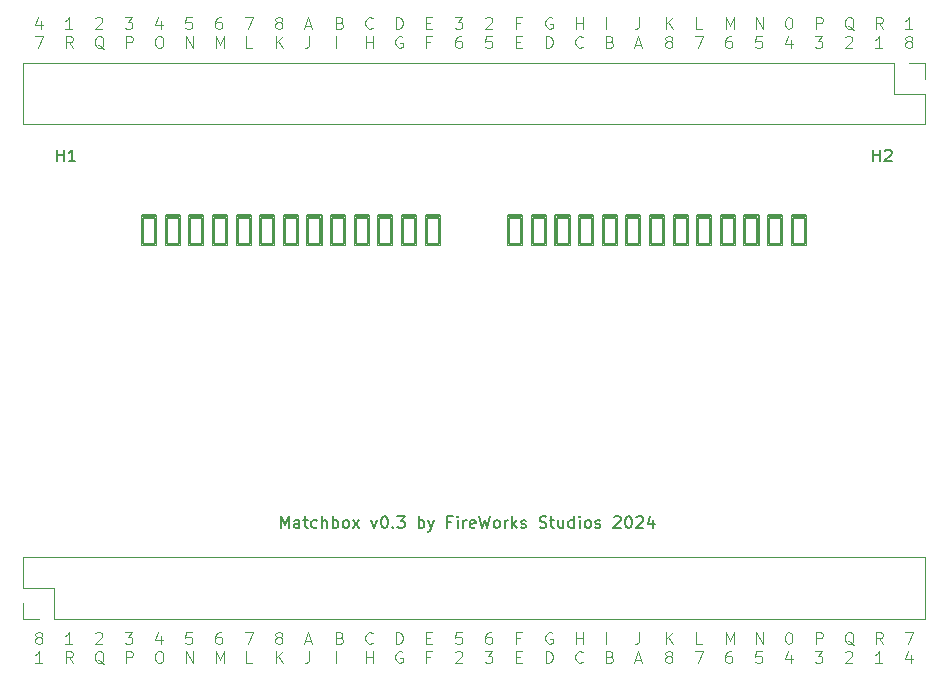
<source format=gto>
G04 #@! TF.GenerationSoftware,KiCad,Pcbnew,8.0.1*
G04 #@! TF.CreationDate,2024-08-06T23:19:39+08:00*
G04 #@! TF.ProjectId,MatchBox v0.3,4d617463-6842-46f7-9820-76302e332e6b,rev?*
G04 #@! TF.SameCoordinates,Original*
G04 #@! TF.FileFunction,Legend,Top*
G04 #@! TF.FilePolarity,Positive*
%FSLAX46Y46*%
G04 Gerber Fmt 4.6, Leading zero omitted, Abs format (unit mm)*
G04 Created by KiCad (PCBNEW 8.0.1) date 2024-08-06 23:19:39*
%MOMM*%
%LPD*%
G01*
G04 APERTURE LIST*
G04 Aperture macros list*
%AMRoundRect*
0 Rectangle with rounded corners*
0 $1 Rounding radius*
0 $2 $3 $4 $5 $6 $7 $8 $9 X,Y pos of 4 corners*
0 Add a 4 corners polygon primitive as box body*
4,1,4,$2,$3,$4,$5,$6,$7,$8,$9,$2,$3,0*
0 Add four circle primitives for the rounded corners*
1,1,$1+$1,$2,$3*
1,1,$1+$1,$4,$5*
1,1,$1+$1,$6,$7*
1,1,$1+$1,$8,$9*
0 Add four rect primitives between the rounded corners*
20,1,$1+$1,$2,$3,$4,$5,0*
20,1,$1+$1,$4,$5,$6,$7,0*
20,1,$1+$1,$6,$7,$8,$9,0*
20,1,$1+$1,$8,$9,$2,$3,0*%
G04 Aperture macros list end*
%ADD10C,0.150000*%
%ADD11C,0.100000*%
%ADD12C,0.127000*%
%ADD13C,0.120000*%
%ADD14C,3.200000*%
%ADD15C,3.700000*%
%ADD16RoundRect,0.102000X-0.500000X1.138750X-0.500000X-1.138750X0.500000X-1.138750X0.500000X1.138750X0*%
%ADD17R,1.700000X1.700000*%
%ADD18O,1.700000X1.700000*%
G04 APERTURE END LIST*
D10*
X102959284Y-102739819D02*
X102959284Y-101739819D01*
X102959284Y-101739819D02*
X103292617Y-102454104D01*
X103292617Y-102454104D02*
X103625950Y-101739819D01*
X103625950Y-101739819D02*
X103625950Y-102739819D01*
X104530712Y-102739819D02*
X104530712Y-102216009D01*
X104530712Y-102216009D02*
X104483093Y-102120771D01*
X104483093Y-102120771D02*
X104387855Y-102073152D01*
X104387855Y-102073152D02*
X104197379Y-102073152D01*
X104197379Y-102073152D02*
X104102141Y-102120771D01*
X104530712Y-102692200D02*
X104435474Y-102739819D01*
X104435474Y-102739819D02*
X104197379Y-102739819D01*
X104197379Y-102739819D02*
X104102141Y-102692200D01*
X104102141Y-102692200D02*
X104054522Y-102596961D01*
X104054522Y-102596961D02*
X104054522Y-102501723D01*
X104054522Y-102501723D02*
X104102141Y-102406485D01*
X104102141Y-102406485D02*
X104197379Y-102358866D01*
X104197379Y-102358866D02*
X104435474Y-102358866D01*
X104435474Y-102358866D02*
X104530712Y-102311247D01*
X104864046Y-102073152D02*
X105244998Y-102073152D01*
X105006903Y-101739819D02*
X105006903Y-102596961D01*
X105006903Y-102596961D02*
X105054522Y-102692200D01*
X105054522Y-102692200D02*
X105149760Y-102739819D01*
X105149760Y-102739819D02*
X105244998Y-102739819D01*
X106006903Y-102692200D02*
X105911665Y-102739819D01*
X105911665Y-102739819D02*
X105721189Y-102739819D01*
X105721189Y-102739819D02*
X105625951Y-102692200D01*
X105625951Y-102692200D02*
X105578332Y-102644580D01*
X105578332Y-102644580D02*
X105530713Y-102549342D01*
X105530713Y-102549342D02*
X105530713Y-102263628D01*
X105530713Y-102263628D02*
X105578332Y-102168390D01*
X105578332Y-102168390D02*
X105625951Y-102120771D01*
X105625951Y-102120771D02*
X105721189Y-102073152D01*
X105721189Y-102073152D02*
X105911665Y-102073152D01*
X105911665Y-102073152D02*
X106006903Y-102120771D01*
X106435475Y-102739819D02*
X106435475Y-101739819D01*
X106864046Y-102739819D02*
X106864046Y-102216009D01*
X106864046Y-102216009D02*
X106816427Y-102120771D01*
X106816427Y-102120771D02*
X106721189Y-102073152D01*
X106721189Y-102073152D02*
X106578332Y-102073152D01*
X106578332Y-102073152D02*
X106483094Y-102120771D01*
X106483094Y-102120771D02*
X106435475Y-102168390D01*
X107340237Y-102739819D02*
X107340237Y-101739819D01*
X107340237Y-102120771D02*
X107435475Y-102073152D01*
X107435475Y-102073152D02*
X107625951Y-102073152D01*
X107625951Y-102073152D02*
X107721189Y-102120771D01*
X107721189Y-102120771D02*
X107768808Y-102168390D01*
X107768808Y-102168390D02*
X107816427Y-102263628D01*
X107816427Y-102263628D02*
X107816427Y-102549342D01*
X107816427Y-102549342D02*
X107768808Y-102644580D01*
X107768808Y-102644580D02*
X107721189Y-102692200D01*
X107721189Y-102692200D02*
X107625951Y-102739819D01*
X107625951Y-102739819D02*
X107435475Y-102739819D01*
X107435475Y-102739819D02*
X107340237Y-102692200D01*
X108387856Y-102739819D02*
X108292618Y-102692200D01*
X108292618Y-102692200D02*
X108244999Y-102644580D01*
X108244999Y-102644580D02*
X108197380Y-102549342D01*
X108197380Y-102549342D02*
X108197380Y-102263628D01*
X108197380Y-102263628D02*
X108244999Y-102168390D01*
X108244999Y-102168390D02*
X108292618Y-102120771D01*
X108292618Y-102120771D02*
X108387856Y-102073152D01*
X108387856Y-102073152D02*
X108530713Y-102073152D01*
X108530713Y-102073152D02*
X108625951Y-102120771D01*
X108625951Y-102120771D02*
X108673570Y-102168390D01*
X108673570Y-102168390D02*
X108721189Y-102263628D01*
X108721189Y-102263628D02*
X108721189Y-102549342D01*
X108721189Y-102549342D02*
X108673570Y-102644580D01*
X108673570Y-102644580D02*
X108625951Y-102692200D01*
X108625951Y-102692200D02*
X108530713Y-102739819D01*
X108530713Y-102739819D02*
X108387856Y-102739819D01*
X109054523Y-102739819D02*
X109578332Y-102073152D01*
X109054523Y-102073152D02*
X109578332Y-102739819D01*
X110625952Y-102073152D02*
X110864047Y-102739819D01*
X110864047Y-102739819D02*
X111102142Y-102073152D01*
X111673571Y-101739819D02*
X111768809Y-101739819D01*
X111768809Y-101739819D02*
X111864047Y-101787438D01*
X111864047Y-101787438D02*
X111911666Y-101835057D01*
X111911666Y-101835057D02*
X111959285Y-101930295D01*
X111959285Y-101930295D02*
X112006904Y-102120771D01*
X112006904Y-102120771D02*
X112006904Y-102358866D01*
X112006904Y-102358866D02*
X111959285Y-102549342D01*
X111959285Y-102549342D02*
X111911666Y-102644580D01*
X111911666Y-102644580D02*
X111864047Y-102692200D01*
X111864047Y-102692200D02*
X111768809Y-102739819D01*
X111768809Y-102739819D02*
X111673571Y-102739819D01*
X111673571Y-102739819D02*
X111578333Y-102692200D01*
X111578333Y-102692200D02*
X111530714Y-102644580D01*
X111530714Y-102644580D02*
X111483095Y-102549342D01*
X111483095Y-102549342D02*
X111435476Y-102358866D01*
X111435476Y-102358866D02*
X111435476Y-102120771D01*
X111435476Y-102120771D02*
X111483095Y-101930295D01*
X111483095Y-101930295D02*
X111530714Y-101835057D01*
X111530714Y-101835057D02*
X111578333Y-101787438D01*
X111578333Y-101787438D02*
X111673571Y-101739819D01*
X112435476Y-102644580D02*
X112483095Y-102692200D01*
X112483095Y-102692200D02*
X112435476Y-102739819D01*
X112435476Y-102739819D02*
X112387857Y-102692200D01*
X112387857Y-102692200D02*
X112435476Y-102644580D01*
X112435476Y-102644580D02*
X112435476Y-102739819D01*
X112816428Y-101739819D02*
X113435475Y-101739819D01*
X113435475Y-101739819D02*
X113102142Y-102120771D01*
X113102142Y-102120771D02*
X113244999Y-102120771D01*
X113244999Y-102120771D02*
X113340237Y-102168390D01*
X113340237Y-102168390D02*
X113387856Y-102216009D01*
X113387856Y-102216009D02*
X113435475Y-102311247D01*
X113435475Y-102311247D02*
X113435475Y-102549342D01*
X113435475Y-102549342D02*
X113387856Y-102644580D01*
X113387856Y-102644580D02*
X113340237Y-102692200D01*
X113340237Y-102692200D02*
X113244999Y-102739819D01*
X113244999Y-102739819D02*
X112959285Y-102739819D01*
X112959285Y-102739819D02*
X112864047Y-102692200D01*
X112864047Y-102692200D02*
X112816428Y-102644580D01*
X114625952Y-102739819D02*
X114625952Y-101739819D01*
X114625952Y-102120771D02*
X114721190Y-102073152D01*
X114721190Y-102073152D02*
X114911666Y-102073152D01*
X114911666Y-102073152D02*
X115006904Y-102120771D01*
X115006904Y-102120771D02*
X115054523Y-102168390D01*
X115054523Y-102168390D02*
X115102142Y-102263628D01*
X115102142Y-102263628D02*
X115102142Y-102549342D01*
X115102142Y-102549342D02*
X115054523Y-102644580D01*
X115054523Y-102644580D02*
X115006904Y-102692200D01*
X115006904Y-102692200D02*
X114911666Y-102739819D01*
X114911666Y-102739819D02*
X114721190Y-102739819D01*
X114721190Y-102739819D02*
X114625952Y-102692200D01*
X115435476Y-102073152D02*
X115673571Y-102739819D01*
X115911666Y-102073152D02*
X115673571Y-102739819D01*
X115673571Y-102739819D02*
X115578333Y-102977914D01*
X115578333Y-102977914D02*
X115530714Y-103025533D01*
X115530714Y-103025533D02*
X115435476Y-103073152D01*
X117387857Y-102216009D02*
X117054524Y-102216009D01*
X117054524Y-102739819D02*
X117054524Y-101739819D01*
X117054524Y-101739819D02*
X117530714Y-101739819D01*
X117911667Y-102739819D02*
X117911667Y-102073152D01*
X117911667Y-101739819D02*
X117864048Y-101787438D01*
X117864048Y-101787438D02*
X117911667Y-101835057D01*
X117911667Y-101835057D02*
X117959286Y-101787438D01*
X117959286Y-101787438D02*
X117911667Y-101739819D01*
X117911667Y-101739819D02*
X117911667Y-101835057D01*
X118387857Y-102739819D02*
X118387857Y-102073152D01*
X118387857Y-102263628D02*
X118435476Y-102168390D01*
X118435476Y-102168390D02*
X118483095Y-102120771D01*
X118483095Y-102120771D02*
X118578333Y-102073152D01*
X118578333Y-102073152D02*
X118673571Y-102073152D01*
X119387857Y-102692200D02*
X119292619Y-102739819D01*
X119292619Y-102739819D02*
X119102143Y-102739819D01*
X119102143Y-102739819D02*
X119006905Y-102692200D01*
X119006905Y-102692200D02*
X118959286Y-102596961D01*
X118959286Y-102596961D02*
X118959286Y-102216009D01*
X118959286Y-102216009D02*
X119006905Y-102120771D01*
X119006905Y-102120771D02*
X119102143Y-102073152D01*
X119102143Y-102073152D02*
X119292619Y-102073152D01*
X119292619Y-102073152D02*
X119387857Y-102120771D01*
X119387857Y-102120771D02*
X119435476Y-102216009D01*
X119435476Y-102216009D02*
X119435476Y-102311247D01*
X119435476Y-102311247D02*
X118959286Y-102406485D01*
X119768810Y-101739819D02*
X120006905Y-102739819D01*
X120006905Y-102739819D02*
X120197381Y-102025533D01*
X120197381Y-102025533D02*
X120387857Y-102739819D01*
X120387857Y-102739819D02*
X120625953Y-101739819D01*
X121149762Y-102739819D02*
X121054524Y-102692200D01*
X121054524Y-102692200D02*
X121006905Y-102644580D01*
X121006905Y-102644580D02*
X120959286Y-102549342D01*
X120959286Y-102549342D02*
X120959286Y-102263628D01*
X120959286Y-102263628D02*
X121006905Y-102168390D01*
X121006905Y-102168390D02*
X121054524Y-102120771D01*
X121054524Y-102120771D02*
X121149762Y-102073152D01*
X121149762Y-102073152D02*
X121292619Y-102073152D01*
X121292619Y-102073152D02*
X121387857Y-102120771D01*
X121387857Y-102120771D02*
X121435476Y-102168390D01*
X121435476Y-102168390D02*
X121483095Y-102263628D01*
X121483095Y-102263628D02*
X121483095Y-102549342D01*
X121483095Y-102549342D02*
X121435476Y-102644580D01*
X121435476Y-102644580D02*
X121387857Y-102692200D01*
X121387857Y-102692200D02*
X121292619Y-102739819D01*
X121292619Y-102739819D02*
X121149762Y-102739819D01*
X121911667Y-102739819D02*
X121911667Y-102073152D01*
X121911667Y-102263628D02*
X121959286Y-102168390D01*
X121959286Y-102168390D02*
X122006905Y-102120771D01*
X122006905Y-102120771D02*
X122102143Y-102073152D01*
X122102143Y-102073152D02*
X122197381Y-102073152D01*
X122530715Y-102739819D02*
X122530715Y-101739819D01*
X122625953Y-102358866D02*
X122911667Y-102739819D01*
X122911667Y-102073152D02*
X122530715Y-102454104D01*
X123292620Y-102692200D02*
X123387858Y-102739819D01*
X123387858Y-102739819D02*
X123578334Y-102739819D01*
X123578334Y-102739819D02*
X123673572Y-102692200D01*
X123673572Y-102692200D02*
X123721191Y-102596961D01*
X123721191Y-102596961D02*
X123721191Y-102549342D01*
X123721191Y-102549342D02*
X123673572Y-102454104D01*
X123673572Y-102454104D02*
X123578334Y-102406485D01*
X123578334Y-102406485D02*
X123435477Y-102406485D01*
X123435477Y-102406485D02*
X123340239Y-102358866D01*
X123340239Y-102358866D02*
X123292620Y-102263628D01*
X123292620Y-102263628D02*
X123292620Y-102216009D01*
X123292620Y-102216009D02*
X123340239Y-102120771D01*
X123340239Y-102120771D02*
X123435477Y-102073152D01*
X123435477Y-102073152D02*
X123578334Y-102073152D01*
X123578334Y-102073152D02*
X123673572Y-102120771D01*
X124864049Y-102692200D02*
X125006906Y-102739819D01*
X125006906Y-102739819D02*
X125245001Y-102739819D01*
X125245001Y-102739819D02*
X125340239Y-102692200D01*
X125340239Y-102692200D02*
X125387858Y-102644580D01*
X125387858Y-102644580D02*
X125435477Y-102549342D01*
X125435477Y-102549342D02*
X125435477Y-102454104D01*
X125435477Y-102454104D02*
X125387858Y-102358866D01*
X125387858Y-102358866D02*
X125340239Y-102311247D01*
X125340239Y-102311247D02*
X125245001Y-102263628D01*
X125245001Y-102263628D02*
X125054525Y-102216009D01*
X125054525Y-102216009D02*
X124959287Y-102168390D01*
X124959287Y-102168390D02*
X124911668Y-102120771D01*
X124911668Y-102120771D02*
X124864049Y-102025533D01*
X124864049Y-102025533D02*
X124864049Y-101930295D01*
X124864049Y-101930295D02*
X124911668Y-101835057D01*
X124911668Y-101835057D02*
X124959287Y-101787438D01*
X124959287Y-101787438D02*
X125054525Y-101739819D01*
X125054525Y-101739819D02*
X125292620Y-101739819D01*
X125292620Y-101739819D02*
X125435477Y-101787438D01*
X125721192Y-102073152D02*
X126102144Y-102073152D01*
X125864049Y-101739819D02*
X125864049Y-102596961D01*
X125864049Y-102596961D02*
X125911668Y-102692200D01*
X125911668Y-102692200D02*
X126006906Y-102739819D01*
X126006906Y-102739819D02*
X126102144Y-102739819D01*
X126864049Y-102073152D02*
X126864049Y-102739819D01*
X126435478Y-102073152D02*
X126435478Y-102596961D01*
X126435478Y-102596961D02*
X126483097Y-102692200D01*
X126483097Y-102692200D02*
X126578335Y-102739819D01*
X126578335Y-102739819D02*
X126721192Y-102739819D01*
X126721192Y-102739819D02*
X126816430Y-102692200D01*
X126816430Y-102692200D02*
X126864049Y-102644580D01*
X127768811Y-102739819D02*
X127768811Y-101739819D01*
X127768811Y-102692200D02*
X127673573Y-102739819D01*
X127673573Y-102739819D02*
X127483097Y-102739819D01*
X127483097Y-102739819D02*
X127387859Y-102692200D01*
X127387859Y-102692200D02*
X127340240Y-102644580D01*
X127340240Y-102644580D02*
X127292621Y-102549342D01*
X127292621Y-102549342D02*
X127292621Y-102263628D01*
X127292621Y-102263628D02*
X127340240Y-102168390D01*
X127340240Y-102168390D02*
X127387859Y-102120771D01*
X127387859Y-102120771D02*
X127483097Y-102073152D01*
X127483097Y-102073152D02*
X127673573Y-102073152D01*
X127673573Y-102073152D02*
X127768811Y-102120771D01*
X128245002Y-102739819D02*
X128245002Y-102073152D01*
X128245002Y-101739819D02*
X128197383Y-101787438D01*
X128197383Y-101787438D02*
X128245002Y-101835057D01*
X128245002Y-101835057D02*
X128292621Y-101787438D01*
X128292621Y-101787438D02*
X128245002Y-101739819D01*
X128245002Y-101739819D02*
X128245002Y-101835057D01*
X128864049Y-102739819D02*
X128768811Y-102692200D01*
X128768811Y-102692200D02*
X128721192Y-102644580D01*
X128721192Y-102644580D02*
X128673573Y-102549342D01*
X128673573Y-102549342D02*
X128673573Y-102263628D01*
X128673573Y-102263628D02*
X128721192Y-102168390D01*
X128721192Y-102168390D02*
X128768811Y-102120771D01*
X128768811Y-102120771D02*
X128864049Y-102073152D01*
X128864049Y-102073152D02*
X129006906Y-102073152D01*
X129006906Y-102073152D02*
X129102144Y-102120771D01*
X129102144Y-102120771D02*
X129149763Y-102168390D01*
X129149763Y-102168390D02*
X129197382Y-102263628D01*
X129197382Y-102263628D02*
X129197382Y-102549342D01*
X129197382Y-102549342D02*
X129149763Y-102644580D01*
X129149763Y-102644580D02*
X129102144Y-102692200D01*
X129102144Y-102692200D02*
X129006906Y-102739819D01*
X129006906Y-102739819D02*
X128864049Y-102739819D01*
X129578335Y-102692200D02*
X129673573Y-102739819D01*
X129673573Y-102739819D02*
X129864049Y-102739819D01*
X129864049Y-102739819D02*
X129959287Y-102692200D01*
X129959287Y-102692200D02*
X130006906Y-102596961D01*
X130006906Y-102596961D02*
X130006906Y-102549342D01*
X130006906Y-102549342D02*
X129959287Y-102454104D01*
X129959287Y-102454104D02*
X129864049Y-102406485D01*
X129864049Y-102406485D02*
X129721192Y-102406485D01*
X129721192Y-102406485D02*
X129625954Y-102358866D01*
X129625954Y-102358866D02*
X129578335Y-102263628D01*
X129578335Y-102263628D02*
X129578335Y-102216009D01*
X129578335Y-102216009D02*
X129625954Y-102120771D01*
X129625954Y-102120771D02*
X129721192Y-102073152D01*
X129721192Y-102073152D02*
X129864049Y-102073152D01*
X129864049Y-102073152D02*
X129959287Y-102120771D01*
X131149764Y-101835057D02*
X131197383Y-101787438D01*
X131197383Y-101787438D02*
X131292621Y-101739819D01*
X131292621Y-101739819D02*
X131530716Y-101739819D01*
X131530716Y-101739819D02*
X131625954Y-101787438D01*
X131625954Y-101787438D02*
X131673573Y-101835057D01*
X131673573Y-101835057D02*
X131721192Y-101930295D01*
X131721192Y-101930295D02*
X131721192Y-102025533D01*
X131721192Y-102025533D02*
X131673573Y-102168390D01*
X131673573Y-102168390D02*
X131102145Y-102739819D01*
X131102145Y-102739819D02*
X131721192Y-102739819D01*
X132340240Y-101739819D02*
X132435478Y-101739819D01*
X132435478Y-101739819D02*
X132530716Y-101787438D01*
X132530716Y-101787438D02*
X132578335Y-101835057D01*
X132578335Y-101835057D02*
X132625954Y-101930295D01*
X132625954Y-101930295D02*
X132673573Y-102120771D01*
X132673573Y-102120771D02*
X132673573Y-102358866D01*
X132673573Y-102358866D02*
X132625954Y-102549342D01*
X132625954Y-102549342D02*
X132578335Y-102644580D01*
X132578335Y-102644580D02*
X132530716Y-102692200D01*
X132530716Y-102692200D02*
X132435478Y-102739819D01*
X132435478Y-102739819D02*
X132340240Y-102739819D01*
X132340240Y-102739819D02*
X132245002Y-102692200D01*
X132245002Y-102692200D02*
X132197383Y-102644580D01*
X132197383Y-102644580D02*
X132149764Y-102549342D01*
X132149764Y-102549342D02*
X132102145Y-102358866D01*
X132102145Y-102358866D02*
X132102145Y-102120771D01*
X132102145Y-102120771D02*
X132149764Y-101930295D01*
X132149764Y-101930295D02*
X132197383Y-101835057D01*
X132197383Y-101835057D02*
X132245002Y-101787438D01*
X132245002Y-101787438D02*
X132340240Y-101739819D01*
X133054526Y-101835057D02*
X133102145Y-101787438D01*
X133102145Y-101787438D02*
X133197383Y-101739819D01*
X133197383Y-101739819D02*
X133435478Y-101739819D01*
X133435478Y-101739819D02*
X133530716Y-101787438D01*
X133530716Y-101787438D02*
X133578335Y-101835057D01*
X133578335Y-101835057D02*
X133625954Y-101930295D01*
X133625954Y-101930295D02*
X133625954Y-102025533D01*
X133625954Y-102025533D02*
X133578335Y-102168390D01*
X133578335Y-102168390D02*
X133006907Y-102739819D01*
X133006907Y-102739819D02*
X133625954Y-102739819D01*
X134483097Y-102073152D02*
X134483097Y-102739819D01*
X134245002Y-101692200D02*
X134006907Y-102406485D01*
X134006907Y-102406485D02*
X134625954Y-102406485D01*
D11*
X112698884Y-112562475D02*
X112698884Y-111562475D01*
X112698884Y-111562475D02*
X112936979Y-111562475D01*
X112936979Y-111562475D02*
X113079836Y-111610094D01*
X113079836Y-111610094D02*
X113175074Y-111705332D01*
X113175074Y-111705332D02*
X113222693Y-111800570D01*
X113222693Y-111800570D02*
X113270312Y-111991046D01*
X113270312Y-111991046D02*
X113270312Y-112133903D01*
X113270312Y-112133903D02*
X113222693Y-112324379D01*
X113222693Y-112324379D02*
X113175074Y-112419617D01*
X113175074Y-112419617D02*
X113079836Y-112514856D01*
X113079836Y-112514856D02*
X112936979Y-112562475D01*
X112936979Y-112562475D02*
X112698884Y-112562475D01*
X113222693Y-113220038D02*
X113127455Y-113172419D01*
X113127455Y-113172419D02*
X112984598Y-113172419D01*
X112984598Y-113172419D02*
X112841741Y-113220038D01*
X112841741Y-113220038D02*
X112746503Y-113315276D01*
X112746503Y-113315276D02*
X112698884Y-113410514D01*
X112698884Y-113410514D02*
X112651265Y-113600990D01*
X112651265Y-113600990D02*
X112651265Y-113743847D01*
X112651265Y-113743847D02*
X112698884Y-113934323D01*
X112698884Y-113934323D02*
X112746503Y-114029561D01*
X112746503Y-114029561D02*
X112841741Y-114124800D01*
X112841741Y-114124800D02*
X112984598Y-114172419D01*
X112984598Y-114172419D02*
X113079836Y-114172419D01*
X113079836Y-114172419D02*
X113222693Y-114124800D01*
X113222693Y-114124800D02*
X113270312Y-114077180D01*
X113270312Y-114077180D02*
X113270312Y-113743847D01*
X113270312Y-113743847D02*
X113079836Y-113743847D01*
X120747455Y-111562475D02*
X120556979Y-111562475D01*
X120556979Y-111562475D02*
X120461741Y-111610094D01*
X120461741Y-111610094D02*
X120414122Y-111657713D01*
X120414122Y-111657713D02*
X120318884Y-111800570D01*
X120318884Y-111800570D02*
X120271265Y-111991046D01*
X120271265Y-111991046D02*
X120271265Y-112371998D01*
X120271265Y-112371998D02*
X120318884Y-112467236D01*
X120318884Y-112467236D02*
X120366503Y-112514856D01*
X120366503Y-112514856D02*
X120461741Y-112562475D01*
X120461741Y-112562475D02*
X120652217Y-112562475D01*
X120652217Y-112562475D02*
X120747455Y-112514856D01*
X120747455Y-112514856D02*
X120795074Y-112467236D01*
X120795074Y-112467236D02*
X120842693Y-112371998D01*
X120842693Y-112371998D02*
X120842693Y-112133903D01*
X120842693Y-112133903D02*
X120795074Y-112038665D01*
X120795074Y-112038665D02*
X120747455Y-111991046D01*
X120747455Y-111991046D02*
X120652217Y-111943427D01*
X120652217Y-111943427D02*
X120461741Y-111943427D01*
X120461741Y-111943427D02*
X120366503Y-111991046D01*
X120366503Y-111991046D02*
X120318884Y-112038665D01*
X120318884Y-112038665D02*
X120271265Y-112133903D01*
X120223646Y-113172419D02*
X120842693Y-113172419D01*
X120842693Y-113172419D02*
X120509360Y-113553371D01*
X120509360Y-113553371D02*
X120652217Y-113553371D01*
X120652217Y-113553371D02*
X120747455Y-113600990D01*
X120747455Y-113600990D02*
X120795074Y-113648609D01*
X120795074Y-113648609D02*
X120842693Y-113743847D01*
X120842693Y-113743847D02*
X120842693Y-113981942D01*
X120842693Y-113981942D02*
X120795074Y-114077180D01*
X120795074Y-114077180D02*
X120747455Y-114124800D01*
X120747455Y-114124800D02*
X120652217Y-114172419D01*
X120652217Y-114172419D02*
X120366503Y-114172419D01*
X120366503Y-114172419D02*
X120271265Y-114124800D01*
X120271265Y-114124800D02*
X120223646Y-114077180D01*
X125922693Y-111610094D02*
X125827455Y-111562475D01*
X125827455Y-111562475D02*
X125684598Y-111562475D01*
X125684598Y-111562475D02*
X125541741Y-111610094D01*
X125541741Y-111610094D02*
X125446503Y-111705332D01*
X125446503Y-111705332D02*
X125398884Y-111800570D01*
X125398884Y-111800570D02*
X125351265Y-111991046D01*
X125351265Y-111991046D02*
X125351265Y-112133903D01*
X125351265Y-112133903D02*
X125398884Y-112324379D01*
X125398884Y-112324379D02*
X125446503Y-112419617D01*
X125446503Y-112419617D02*
X125541741Y-112514856D01*
X125541741Y-112514856D02*
X125684598Y-112562475D01*
X125684598Y-112562475D02*
X125779836Y-112562475D01*
X125779836Y-112562475D02*
X125922693Y-112514856D01*
X125922693Y-112514856D02*
X125970312Y-112467236D01*
X125970312Y-112467236D02*
X125970312Y-112133903D01*
X125970312Y-112133903D02*
X125779836Y-112133903D01*
X125398884Y-114172419D02*
X125398884Y-113172419D01*
X125398884Y-113172419D02*
X125636979Y-113172419D01*
X125636979Y-113172419D02*
X125779836Y-113220038D01*
X125779836Y-113220038D02*
X125875074Y-113315276D01*
X125875074Y-113315276D02*
X125922693Y-113410514D01*
X125922693Y-113410514D02*
X125970312Y-113600990D01*
X125970312Y-113600990D02*
X125970312Y-113743847D01*
X125970312Y-113743847D02*
X125922693Y-113934323D01*
X125922693Y-113934323D02*
X125875074Y-114029561D01*
X125875074Y-114029561D02*
X125779836Y-114124800D01*
X125779836Y-114124800D02*
X125636979Y-114172419D01*
X125636979Y-114172419D02*
X125398884Y-114172419D01*
X140638884Y-112562475D02*
X140638884Y-111562475D01*
X140638884Y-111562475D02*
X140972217Y-112276760D01*
X140972217Y-112276760D02*
X141305550Y-111562475D01*
X141305550Y-111562475D02*
X141305550Y-112562475D01*
X141067455Y-113172419D02*
X140876979Y-113172419D01*
X140876979Y-113172419D02*
X140781741Y-113220038D01*
X140781741Y-113220038D02*
X140734122Y-113267657D01*
X140734122Y-113267657D02*
X140638884Y-113410514D01*
X140638884Y-113410514D02*
X140591265Y-113600990D01*
X140591265Y-113600990D02*
X140591265Y-113981942D01*
X140591265Y-113981942D02*
X140638884Y-114077180D01*
X140638884Y-114077180D02*
X140686503Y-114124800D01*
X140686503Y-114124800D02*
X140781741Y-114172419D01*
X140781741Y-114172419D02*
X140972217Y-114172419D01*
X140972217Y-114172419D02*
X141067455Y-114124800D01*
X141067455Y-114124800D02*
X141115074Y-114077180D01*
X141115074Y-114077180D02*
X141162693Y-113981942D01*
X141162693Y-113981942D02*
X141162693Y-113743847D01*
X141162693Y-113743847D02*
X141115074Y-113648609D01*
X141115074Y-113648609D02*
X141067455Y-113600990D01*
X141067455Y-113600990D02*
X140972217Y-113553371D01*
X140972217Y-113553371D02*
X140781741Y-113553371D01*
X140781741Y-113553371D02*
X140686503Y-113600990D01*
X140686503Y-113600990D02*
X140638884Y-113648609D01*
X140638884Y-113648609D02*
X140591265Y-113743847D01*
X133304598Y-111562475D02*
X133304598Y-112276760D01*
X133304598Y-112276760D02*
X133256979Y-112419617D01*
X133256979Y-112419617D02*
X133161741Y-112514856D01*
X133161741Y-112514856D02*
X133018884Y-112562475D01*
X133018884Y-112562475D02*
X132923646Y-112562475D01*
X132971265Y-113886704D02*
X133447455Y-113886704D01*
X132876027Y-114172419D02*
X133209360Y-113172419D01*
X133209360Y-113172419D02*
X133542693Y-114172419D01*
X130478884Y-112562475D02*
X130478884Y-111562475D01*
X130812217Y-113648609D02*
X130955074Y-113696228D01*
X130955074Y-113696228D02*
X131002693Y-113743847D01*
X131002693Y-113743847D02*
X131050312Y-113839085D01*
X131050312Y-113839085D02*
X131050312Y-113981942D01*
X131050312Y-113981942D02*
X131002693Y-114077180D01*
X131002693Y-114077180D02*
X130955074Y-114124800D01*
X130955074Y-114124800D02*
X130859836Y-114172419D01*
X130859836Y-114172419D02*
X130478884Y-114172419D01*
X130478884Y-114172419D02*
X130478884Y-113172419D01*
X130478884Y-113172419D02*
X130812217Y-113172419D01*
X130812217Y-113172419D02*
X130907455Y-113220038D01*
X130907455Y-113220038D02*
X130955074Y-113267657D01*
X130955074Y-113267657D02*
X131002693Y-113362895D01*
X131002693Y-113362895D02*
X131002693Y-113458133D01*
X131002693Y-113458133D02*
X130955074Y-113553371D01*
X130955074Y-113553371D02*
X130907455Y-113600990D01*
X130907455Y-113600990D02*
X130812217Y-113648609D01*
X130812217Y-113648609D02*
X130478884Y-113648609D01*
X153910312Y-112562475D02*
X153576979Y-112086284D01*
X153338884Y-112562475D02*
X153338884Y-111562475D01*
X153338884Y-111562475D02*
X153719836Y-111562475D01*
X153719836Y-111562475D02*
X153815074Y-111610094D01*
X153815074Y-111610094D02*
X153862693Y-111657713D01*
X153862693Y-111657713D02*
X153910312Y-111752951D01*
X153910312Y-111752951D02*
X153910312Y-111895808D01*
X153910312Y-111895808D02*
X153862693Y-111991046D01*
X153862693Y-111991046D02*
X153815074Y-112038665D01*
X153815074Y-112038665D02*
X153719836Y-112086284D01*
X153719836Y-112086284D02*
X153338884Y-112086284D01*
X153862693Y-114172419D02*
X153291265Y-114172419D01*
X153576979Y-114172419D02*
X153576979Y-113172419D01*
X153576979Y-113172419D02*
X153481741Y-113315276D01*
X153481741Y-113315276D02*
X153386503Y-113410514D01*
X153386503Y-113410514D02*
X153291265Y-113458133D01*
X135558884Y-112562475D02*
X135558884Y-111562475D01*
X136130312Y-112562475D02*
X135701741Y-111991046D01*
X136130312Y-111562475D02*
X135558884Y-112133903D01*
X135701741Y-113600990D02*
X135606503Y-113553371D01*
X135606503Y-113553371D02*
X135558884Y-113505752D01*
X135558884Y-113505752D02*
X135511265Y-113410514D01*
X135511265Y-113410514D02*
X135511265Y-113362895D01*
X135511265Y-113362895D02*
X135558884Y-113267657D01*
X135558884Y-113267657D02*
X135606503Y-113220038D01*
X135606503Y-113220038D02*
X135701741Y-113172419D01*
X135701741Y-113172419D02*
X135892217Y-113172419D01*
X135892217Y-113172419D02*
X135987455Y-113220038D01*
X135987455Y-113220038D02*
X136035074Y-113267657D01*
X136035074Y-113267657D02*
X136082693Y-113362895D01*
X136082693Y-113362895D02*
X136082693Y-113410514D01*
X136082693Y-113410514D02*
X136035074Y-113505752D01*
X136035074Y-113505752D02*
X135987455Y-113553371D01*
X135987455Y-113553371D02*
X135892217Y-113600990D01*
X135892217Y-113600990D02*
X135701741Y-113600990D01*
X135701741Y-113600990D02*
X135606503Y-113648609D01*
X135606503Y-113648609D02*
X135558884Y-113696228D01*
X135558884Y-113696228D02*
X135511265Y-113791466D01*
X135511265Y-113791466D02*
X135511265Y-113981942D01*
X135511265Y-113981942D02*
X135558884Y-114077180D01*
X135558884Y-114077180D02*
X135606503Y-114124800D01*
X135606503Y-114124800D02*
X135701741Y-114172419D01*
X135701741Y-114172419D02*
X135892217Y-114172419D01*
X135892217Y-114172419D02*
X135987455Y-114124800D01*
X135987455Y-114124800D02*
X136035074Y-114077180D01*
X136035074Y-114077180D02*
X136082693Y-113981942D01*
X136082693Y-113981942D02*
X136082693Y-113791466D01*
X136082693Y-113791466D02*
X136035074Y-113696228D01*
X136035074Y-113696228D02*
X135987455Y-113648609D01*
X135987455Y-113648609D02*
X135892217Y-113600990D01*
X107952217Y-112038665D02*
X108095074Y-112086284D01*
X108095074Y-112086284D02*
X108142693Y-112133903D01*
X108142693Y-112133903D02*
X108190312Y-112229141D01*
X108190312Y-112229141D02*
X108190312Y-112371998D01*
X108190312Y-112371998D02*
X108142693Y-112467236D01*
X108142693Y-112467236D02*
X108095074Y-112514856D01*
X108095074Y-112514856D02*
X107999836Y-112562475D01*
X107999836Y-112562475D02*
X107618884Y-112562475D01*
X107618884Y-112562475D02*
X107618884Y-111562475D01*
X107618884Y-111562475D02*
X107952217Y-111562475D01*
X107952217Y-111562475D02*
X108047455Y-111610094D01*
X108047455Y-111610094D02*
X108095074Y-111657713D01*
X108095074Y-111657713D02*
X108142693Y-111752951D01*
X108142693Y-111752951D02*
X108142693Y-111848189D01*
X108142693Y-111848189D02*
X108095074Y-111943427D01*
X108095074Y-111943427D02*
X108047455Y-111991046D01*
X108047455Y-111991046D02*
X107952217Y-112038665D01*
X107952217Y-112038665D02*
X107618884Y-112038665D01*
X107618884Y-114172419D02*
X107618884Y-113172419D01*
X118255074Y-111562475D02*
X117778884Y-111562475D01*
X117778884Y-111562475D02*
X117731265Y-112038665D01*
X117731265Y-112038665D02*
X117778884Y-111991046D01*
X117778884Y-111991046D02*
X117874122Y-111943427D01*
X117874122Y-111943427D02*
X118112217Y-111943427D01*
X118112217Y-111943427D02*
X118207455Y-111991046D01*
X118207455Y-111991046D02*
X118255074Y-112038665D01*
X118255074Y-112038665D02*
X118302693Y-112133903D01*
X118302693Y-112133903D02*
X118302693Y-112371998D01*
X118302693Y-112371998D02*
X118255074Y-112467236D01*
X118255074Y-112467236D02*
X118207455Y-112514856D01*
X118207455Y-112514856D02*
X118112217Y-112562475D01*
X118112217Y-112562475D02*
X117874122Y-112562475D01*
X117874122Y-112562475D02*
X117778884Y-112514856D01*
X117778884Y-112514856D02*
X117731265Y-112467236D01*
X117731265Y-113267657D02*
X117778884Y-113220038D01*
X117778884Y-113220038D02*
X117874122Y-113172419D01*
X117874122Y-113172419D02*
X118112217Y-113172419D01*
X118112217Y-113172419D02*
X118207455Y-113220038D01*
X118207455Y-113220038D02*
X118255074Y-113267657D01*
X118255074Y-113267657D02*
X118302693Y-113362895D01*
X118302693Y-113362895D02*
X118302693Y-113458133D01*
X118302693Y-113458133D02*
X118255074Y-113600990D01*
X118255074Y-113600990D02*
X117683646Y-114172419D01*
X117683646Y-114172419D02*
X118302693Y-114172419D01*
X89743646Y-111562475D02*
X90362693Y-111562475D01*
X90362693Y-111562475D02*
X90029360Y-111943427D01*
X90029360Y-111943427D02*
X90172217Y-111943427D01*
X90172217Y-111943427D02*
X90267455Y-111991046D01*
X90267455Y-111991046D02*
X90315074Y-112038665D01*
X90315074Y-112038665D02*
X90362693Y-112133903D01*
X90362693Y-112133903D02*
X90362693Y-112371998D01*
X90362693Y-112371998D02*
X90315074Y-112467236D01*
X90315074Y-112467236D02*
X90267455Y-112514856D01*
X90267455Y-112514856D02*
X90172217Y-112562475D01*
X90172217Y-112562475D02*
X89886503Y-112562475D01*
X89886503Y-112562475D02*
X89791265Y-112514856D01*
X89791265Y-112514856D02*
X89743646Y-112467236D01*
X89838884Y-114172419D02*
X89838884Y-113172419D01*
X89838884Y-113172419D02*
X90219836Y-113172419D01*
X90219836Y-113172419D02*
X90315074Y-113220038D01*
X90315074Y-113220038D02*
X90362693Y-113267657D01*
X90362693Y-113267657D02*
X90410312Y-113362895D01*
X90410312Y-113362895D02*
X90410312Y-113505752D01*
X90410312Y-113505752D02*
X90362693Y-113600990D01*
X90362693Y-113600990D02*
X90315074Y-113648609D01*
X90315074Y-113648609D02*
X90219836Y-113696228D01*
X90219836Y-113696228D02*
X89838884Y-113696228D01*
X102681741Y-111991046D02*
X102586503Y-111943427D01*
X102586503Y-111943427D02*
X102538884Y-111895808D01*
X102538884Y-111895808D02*
X102491265Y-111800570D01*
X102491265Y-111800570D02*
X102491265Y-111752951D01*
X102491265Y-111752951D02*
X102538884Y-111657713D01*
X102538884Y-111657713D02*
X102586503Y-111610094D01*
X102586503Y-111610094D02*
X102681741Y-111562475D01*
X102681741Y-111562475D02*
X102872217Y-111562475D01*
X102872217Y-111562475D02*
X102967455Y-111610094D01*
X102967455Y-111610094D02*
X103015074Y-111657713D01*
X103015074Y-111657713D02*
X103062693Y-111752951D01*
X103062693Y-111752951D02*
X103062693Y-111800570D01*
X103062693Y-111800570D02*
X103015074Y-111895808D01*
X103015074Y-111895808D02*
X102967455Y-111943427D01*
X102967455Y-111943427D02*
X102872217Y-111991046D01*
X102872217Y-111991046D02*
X102681741Y-111991046D01*
X102681741Y-111991046D02*
X102586503Y-112038665D01*
X102586503Y-112038665D02*
X102538884Y-112086284D01*
X102538884Y-112086284D02*
X102491265Y-112181522D01*
X102491265Y-112181522D02*
X102491265Y-112371998D01*
X102491265Y-112371998D02*
X102538884Y-112467236D01*
X102538884Y-112467236D02*
X102586503Y-112514856D01*
X102586503Y-112514856D02*
X102681741Y-112562475D01*
X102681741Y-112562475D02*
X102872217Y-112562475D01*
X102872217Y-112562475D02*
X102967455Y-112514856D01*
X102967455Y-112514856D02*
X103015074Y-112467236D01*
X103015074Y-112467236D02*
X103062693Y-112371998D01*
X103062693Y-112371998D02*
X103062693Y-112181522D01*
X103062693Y-112181522D02*
X103015074Y-112086284D01*
X103015074Y-112086284D02*
X102967455Y-112038665D01*
X102967455Y-112038665D02*
X102872217Y-111991046D01*
X102538884Y-114172419D02*
X102538884Y-113172419D01*
X103110312Y-114172419D02*
X102681741Y-113600990D01*
X103110312Y-113172419D02*
X102538884Y-113743847D01*
X127938884Y-112562475D02*
X127938884Y-111562475D01*
X127938884Y-112038665D02*
X128510312Y-112038665D01*
X128510312Y-112562475D02*
X128510312Y-111562475D01*
X128510312Y-114077180D02*
X128462693Y-114124800D01*
X128462693Y-114124800D02*
X128319836Y-114172419D01*
X128319836Y-114172419D02*
X128224598Y-114172419D01*
X128224598Y-114172419D02*
X128081741Y-114124800D01*
X128081741Y-114124800D02*
X127986503Y-114029561D01*
X127986503Y-114029561D02*
X127938884Y-113934323D01*
X127938884Y-113934323D02*
X127891265Y-113743847D01*
X127891265Y-113743847D02*
X127891265Y-113600990D01*
X127891265Y-113600990D02*
X127938884Y-113410514D01*
X127938884Y-113410514D02*
X127986503Y-113315276D01*
X127986503Y-113315276D02*
X128081741Y-113220038D01*
X128081741Y-113220038D02*
X128224598Y-113172419D01*
X128224598Y-113172419D02*
X128319836Y-113172419D01*
X128319836Y-113172419D02*
X128462693Y-113220038D01*
X128462693Y-113220038D02*
X128510312Y-113267657D01*
X148258884Y-112562475D02*
X148258884Y-111562475D01*
X148258884Y-111562475D02*
X148639836Y-111562475D01*
X148639836Y-111562475D02*
X148735074Y-111610094D01*
X148735074Y-111610094D02*
X148782693Y-111657713D01*
X148782693Y-111657713D02*
X148830312Y-111752951D01*
X148830312Y-111752951D02*
X148830312Y-111895808D01*
X148830312Y-111895808D02*
X148782693Y-111991046D01*
X148782693Y-111991046D02*
X148735074Y-112038665D01*
X148735074Y-112038665D02*
X148639836Y-112086284D01*
X148639836Y-112086284D02*
X148258884Y-112086284D01*
X148163646Y-113172419D02*
X148782693Y-113172419D01*
X148782693Y-113172419D02*
X148449360Y-113553371D01*
X148449360Y-113553371D02*
X148592217Y-113553371D01*
X148592217Y-113553371D02*
X148687455Y-113600990D01*
X148687455Y-113600990D02*
X148735074Y-113648609D01*
X148735074Y-113648609D02*
X148782693Y-113743847D01*
X148782693Y-113743847D02*
X148782693Y-113981942D01*
X148782693Y-113981942D02*
X148735074Y-114077180D01*
X148735074Y-114077180D02*
X148687455Y-114124800D01*
X148687455Y-114124800D02*
X148592217Y-114172419D01*
X148592217Y-114172419D02*
X148306503Y-114172419D01*
X148306503Y-114172419D02*
X148211265Y-114124800D01*
X148211265Y-114124800D02*
X148163646Y-114077180D01*
X151465550Y-112657713D02*
X151370312Y-112610094D01*
X151370312Y-112610094D02*
X151275074Y-112514856D01*
X151275074Y-112514856D02*
X151132217Y-112371998D01*
X151132217Y-112371998D02*
X151036979Y-112324379D01*
X151036979Y-112324379D02*
X150941741Y-112324379D01*
X150989360Y-112562475D02*
X150894122Y-112514856D01*
X150894122Y-112514856D02*
X150798884Y-112419617D01*
X150798884Y-112419617D02*
X150751265Y-112229141D01*
X150751265Y-112229141D02*
X150751265Y-111895808D01*
X150751265Y-111895808D02*
X150798884Y-111705332D01*
X150798884Y-111705332D02*
X150894122Y-111610094D01*
X150894122Y-111610094D02*
X150989360Y-111562475D01*
X150989360Y-111562475D02*
X151179836Y-111562475D01*
X151179836Y-111562475D02*
X151275074Y-111610094D01*
X151275074Y-111610094D02*
X151370312Y-111705332D01*
X151370312Y-111705332D02*
X151417931Y-111895808D01*
X151417931Y-111895808D02*
X151417931Y-112229141D01*
X151417931Y-112229141D02*
X151370312Y-112419617D01*
X151370312Y-112419617D02*
X151275074Y-112514856D01*
X151275074Y-112514856D02*
X151179836Y-112562475D01*
X151179836Y-112562475D02*
X150989360Y-112562475D01*
X150751265Y-113267657D02*
X150798884Y-113220038D01*
X150798884Y-113220038D02*
X150894122Y-113172419D01*
X150894122Y-113172419D02*
X151132217Y-113172419D01*
X151132217Y-113172419D02*
X151227455Y-113220038D01*
X151227455Y-113220038D02*
X151275074Y-113267657D01*
X151275074Y-113267657D02*
X151322693Y-113362895D01*
X151322693Y-113362895D02*
X151322693Y-113458133D01*
X151322693Y-113458133D02*
X151275074Y-113600990D01*
X151275074Y-113600990D02*
X150703646Y-114172419D01*
X150703646Y-114172419D02*
X151322693Y-114172419D01*
X138575074Y-112562475D02*
X138098884Y-112562475D01*
X138098884Y-112562475D02*
X138098884Y-111562475D01*
X138003646Y-113172419D02*
X138670312Y-113172419D01*
X138670312Y-113172419D02*
X138241741Y-114172419D01*
X105031265Y-112276760D02*
X105507455Y-112276760D01*
X104936027Y-112562475D02*
X105269360Y-111562475D01*
X105269360Y-111562475D02*
X105602693Y-112562475D01*
X105364598Y-113172419D02*
X105364598Y-113886704D01*
X105364598Y-113886704D02*
X105316979Y-114029561D01*
X105316979Y-114029561D02*
X105221741Y-114124800D01*
X105221741Y-114124800D02*
X105078884Y-114172419D01*
X105078884Y-114172419D02*
X104983646Y-114172419D01*
X143178884Y-112562475D02*
X143178884Y-111562475D01*
X143178884Y-111562475D02*
X143750312Y-112562475D01*
X143750312Y-112562475D02*
X143750312Y-111562475D01*
X143655074Y-113172419D02*
X143178884Y-113172419D01*
X143178884Y-113172419D02*
X143131265Y-113648609D01*
X143131265Y-113648609D02*
X143178884Y-113600990D01*
X143178884Y-113600990D02*
X143274122Y-113553371D01*
X143274122Y-113553371D02*
X143512217Y-113553371D01*
X143512217Y-113553371D02*
X143607455Y-113600990D01*
X143607455Y-113600990D02*
X143655074Y-113648609D01*
X143655074Y-113648609D02*
X143702693Y-113743847D01*
X143702693Y-113743847D02*
X143702693Y-113981942D01*
X143702693Y-113981942D02*
X143655074Y-114077180D01*
X143655074Y-114077180D02*
X143607455Y-114124800D01*
X143607455Y-114124800D02*
X143512217Y-114172419D01*
X143512217Y-114172419D02*
X143274122Y-114172419D01*
X143274122Y-114172419D02*
X143178884Y-114124800D01*
X143178884Y-114124800D02*
X143131265Y-114077180D01*
X95395074Y-111562475D02*
X94918884Y-111562475D01*
X94918884Y-111562475D02*
X94871265Y-112038665D01*
X94871265Y-112038665D02*
X94918884Y-111991046D01*
X94918884Y-111991046D02*
X95014122Y-111943427D01*
X95014122Y-111943427D02*
X95252217Y-111943427D01*
X95252217Y-111943427D02*
X95347455Y-111991046D01*
X95347455Y-111991046D02*
X95395074Y-112038665D01*
X95395074Y-112038665D02*
X95442693Y-112133903D01*
X95442693Y-112133903D02*
X95442693Y-112371998D01*
X95442693Y-112371998D02*
X95395074Y-112467236D01*
X95395074Y-112467236D02*
X95347455Y-112514856D01*
X95347455Y-112514856D02*
X95252217Y-112562475D01*
X95252217Y-112562475D02*
X95014122Y-112562475D01*
X95014122Y-112562475D02*
X94918884Y-112514856D01*
X94918884Y-112514856D02*
X94871265Y-112467236D01*
X94918884Y-114172419D02*
X94918884Y-113172419D01*
X94918884Y-113172419D02*
X95490312Y-114172419D01*
X95490312Y-114172419D02*
X95490312Y-113172419D01*
X87251265Y-111657713D02*
X87298884Y-111610094D01*
X87298884Y-111610094D02*
X87394122Y-111562475D01*
X87394122Y-111562475D02*
X87632217Y-111562475D01*
X87632217Y-111562475D02*
X87727455Y-111610094D01*
X87727455Y-111610094D02*
X87775074Y-111657713D01*
X87775074Y-111657713D02*
X87822693Y-111752951D01*
X87822693Y-111752951D02*
X87822693Y-111848189D01*
X87822693Y-111848189D02*
X87775074Y-111991046D01*
X87775074Y-111991046D02*
X87203646Y-112562475D01*
X87203646Y-112562475D02*
X87822693Y-112562475D01*
X87965550Y-114267657D02*
X87870312Y-114220038D01*
X87870312Y-114220038D02*
X87775074Y-114124800D01*
X87775074Y-114124800D02*
X87632217Y-113981942D01*
X87632217Y-113981942D02*
X87536979Y-113934323D01*
X87536979Y-113934323D02*
X87441741Y-113934323D01*
X87489360Y-114172419D02*
X87394122Y-114124800D01*
X87394122Y-114124800D02*
X87298884Y-114029561D01*
X87298884Y-114029561D02*
X87251265Y-113839085D01*
X87251265Y-113839085D02*
X87251265Y-113505752D01*
X87251265Y-113505752D02*
X87298884Y-113315276D01*
X87298884Y-113315276D02*
X87394122Y-113220038D01*
X87394122Y-113220038D02*
X87489360Y-113172419D01*
X87489360Y-113172419D02*
X87679836Y-113172419D01*
X87679836Y-113172419D02*
X87775074Y-113220038D01*
X87775074Y-113220038D02*
X87870312Y-113315276D01*
X87870312Y-113315276D02*
X87917931Y-113505752D01*
X87917931Y-113505752D02*
X87917931Y-113839085D01*
X87917931Y-113839085D02*
X87870312Y-114029561D01*
X87870312Y-114029561D02*
X87775074Y-114124800D01*
X87775074Y-114124800D02*
X87679836Y-114172419D01*
X87679836Y-114172419D02*
X87489360Y-114172419D01*
X97887455Y-111562475D02*
X97696979Y-111562475D01*
X97696979Y-111562475D02*
X97601741Y-111610094D01*
X97601741Y-111610094D02*
X97554122Y-111657713D01*
X97554122Y-111657713D02*
X97458884Y-111800570D01*
X97458884Y-111800570D02*
X97411265Y-111991046D01*
X97411265Y-111991046D02*
X97411265Y-112371998D01*
X97411265Y-112371998D02*
X97458884Y-112467236D01*
X97458884Y-112467236D02*
X97506503Y-112514856D01*
X97506503Y-112514856D02*
X97601741Y-112562475D01*
X97601741Y-112562475D02*
X97792217Y-112562475D01*
X97792217Y-112562475D02*
X97887455Y-112514856D01*
X97887455Y-112514856D02*
X97935074Y-112467236D01*
X97935074Y-112467236D02*
X97982693Y-112371998D01*
X97982693Y-112371998D02*
X97982693Y-112133903D01*
X97982693Y-112133903D02*
X97935074Y-112038665D01*
X97935074Y-112038665D02*
X97887455Y-111991046D01*
X97887455Y-111991046D02*
X97792217Y-111943427D01*
X97792217Y-111943427D02*
X97601741Y-111943427D01*
X97601741Y-111943427D02*
X97506503Y-111991046D01*
X97506503Y-111991046D02*
X97458884Y-112038665D01*
X97458884Y-112038665D02*
X97411265Y-112133903D01*
X97458884Y-114172419D02*
X97458884Y-113172419D01*
X97458884Y-113172419D02*
X97792217Y-113886704D01*
X97792217Y-113886704D02*
X98125550Y-113172419D01*
X98125550Y-113172419D02*
X98125550Y-114172419D01*
X123192217Y-112038665D02*
X122858884Y-112038665D01*
X122858884Y-112562475D02*
X122858884Y-111562475D01*
X122858884Y-111562475D02*
X123335074Y-111562475D01*
X122858884Y-113648609D02*
X123192217Y-113648609D01*
X123335074Y-114172419D02*
X122858884Y-114172419D01*
X122858884Y-114172419D02*
X122858884Y-113172419D01*
X122858884Y-113172419D02*
X123335074Y-113172419D01*
X155783646Y-111562475D02*
X156450312Y-111562475D01*
X156450312Y-111562475D02*
X156021741Y-112562475D01*
X156307455Y-113505752D02*
X156307455Y-114172419D01*
X156069360Y-113124800D02*
X155831265Y-113839085D01*
X155831265Y-113839085D02*
X156450312Y-113839085D01*
X145909360Y-111562475D02*
X146004598Y-111562475D01*
X146004598Y-111562475D02*
X146099836Y-111610094D01*
X146099836Y-111610094D02*
X146147455Y-111657713D01*
X146147455Y-111657713D02*
X146195074Y-111752951D01*
X146195074Y-111752951D02*
X146242693Y-111943427D01*
X146242693Y-111943427D02*
X146242693Y-112181522D01*
X146242693Y-112181522D02*
X146195074Y-112371998D01*
X146195074Y-112371998D02*
X146147455Y-112467236D01*
X146147455Y-112467236D02*
X146099836Y-112514856D01*
X146099836Y-112514856D02*
X146004598Y-112562475D01*
X146004598Y-112562475D02*
X145909360Y-112562475D01*
X145909360Y-112562475D02*
X145814122Y-112514856D01*
X145814122Y-112514856D02*
X145766503Y-112467236D01*
X145766503Y-112467236D02*
X145718884Y-112371998D01*
X145718884Y-112371998D02*
X145671265Y-112181522D01*
X145671265Y-112181522D02*
X145671265Y-111943427D01*
X145671265Y-111943427D02*
X145718884Y-111752951D01*
X145718884Y-111752951D02*
X145766503Y-111657713D01*
X145766503Y-111657713D02*
X145814122Y-111610094D01*
X145814122Y-111610094D02*
X145909360Y-111562475D01*
X146147455Y-113505752D02*
X146147455Y-114172419D01*
X145909360Y-113124800D02*
X145671265Y-113839085D01*
X145671265Y-113839085D02*
X146290312Y-113839085D01*
X99903646Y-111562475D02*
X100570312Y-111562475D01*
X100570312Y-111562475D02*
X100141741Y-112562475D01*
X100475074Y-114172419D02*
X99998884Y-114172419D01*
X99998884Y-114172419D02*
X99998884Y-113172419D01*
X85282693Y-112562475D02*
X84711265Y-112562475D01*
X84996979Y-112562475D02*
X84996979Y-111562475D01*
X84996979Y-111562475D02*
X84901741Y-111705332D01*
X84901741Y-111705332D02*
X84806503Y-111800570D01*
X84806503Y-111800570D02*
X84711265Y-111848189D01*
X85330312Y-114172419D02*
X84996979Y-113696228D01*
X84758884Y-114172419D02*
X84758884Y-113172419D01*
X84758884Y-113172419D02*
X85139836Y-113172419D01*
X85139836Y-113172419D02*
X85235074Y-113220038D01*
X85235074Y-113220038D02*
X85282693Y-113267657D01*
X85282693Y-113267657D02*
X85330312Y-113362895D01*
X85330312Y-113362895D02*
X85330312Y-113505752D01*
X85330312Y-113505752D02*
X85282693Y-113600990D01*
X85282693Y-113600990D02*
X85235074Y-113648609D01*
X85235074Y-113648609D02*
X85139836Y-113696228D01*
X85139836Y-113696228D02*
X84758884Y-113696228D01*
X115238884Y-112038665D02*
X115572217Y-112038665D01*
X115715074Y-112562475D02*
X115238884Y-112562475D01*
X115238884Y-112562475D02*
X115238884Y-111562475D01*
X115238884Y-111562475D02*
X115715074Y-111562475D01*
X115572217Y-113648609D02*
X115238884Y-113648609D01*
X115238884Y-114172419D02*
X115238884Y-113172419D01*
X115238884Y-113172419D02*
X115715074Y-113172419D01*
X92807455Y-111895808D02*
X92807455Y-112562475D01*
X92569360Y-111514856D02*
X92331265Y-112229141D01*
X92331265Y-112229141D02*
X92950312Y-112229141D01*
X92569360Y-113172419D02*
X92759836Y-113172419D01*
X92759836Y-113172419D02*
X92855074Y-113220038D01*
X92855074Y-113220038D02*
X92950312Y-113315276D01*
X92950312Y-113315276D02*
X92997931Y-113505752D01*
X92997931Y-113505752D02*
X92997931Y-113839085D01*
X92997931Y-113839085D02*
X92950312Y-114029561D01*
X92950312Y-114029561D02*
X92855074Y-114124800D01*
X92855074Y-114124800D02*
X92759836Y-114172419D01*
X92759836Y-114172419D02*
X92569360Y-114172419D01*
X92569360Y-114172419D02*
X92474122Y-114124800D01*
X92474122Y-114124800D02*
X92378884Y-114029561D01*
X92378884Y-114029561D02*
X92331265Y-113839085D01*
X92331265Y-113839085D02*
X92331265Y-113505752D01*
X92331265Y-113505752D02*
X92378884Y-113315276D01*
X92378884Y-113315276D02*
X92474122Y-113220038D01*
X92474122Y-113220038D02*
X92569360Y-113172419D01*
X110730312Y-112467236D02*
X110682693Y-112514856D01*
X110682693Y-112514856D02*
X110539836Y-112562475D01*
X110539836Y-112562475D02*
X110444598Y-112562475D01*
X110444598Y-112562475D02*
X110301741Y-112514856D01*
X110301741Y-112514856D02*
X110206503Y-112419617D01*
X110206503Y-112419617D02*
X110158884Y-112324379D01*
X110158884Y-112324379D02*
X110111265Y-112133903D01*
X110111265Y-112133903D02*
X110111265Y-111991046D01*
X110111265Y-111991046D02*
X110158884Y-111800570D01*
X110158884Y-111800570D02*
X110206503Y-111705332D01*
X110206503Y-111705332D02*
X110301741Y-111610094D01*
X110301741Y-111610094D02*
X110444598Y-111562475D01*
X110444598Y-111562475D02*
X110539836Y-111562475D01*
X110539836Y-111562475D02*
X110682693Y-111610094D01*
X110682693Y-111610094D02*
X110730312Y-111657713D01*
X110158884Y-114172419D02*
X110158884Y-113172419D01*
X110158884Y-113648609D02*
X110730312Y-113648609D01*
X110730312Y-114172419D02*
X110730312Y-113172419D01*
X82361741Y-111991046D02*
X82266503Y-111943427D01*
X82266503Y-111943427D02*
X82218884Y-111895808D01*
X82218884Y-111895808D02*
X82171265Y-111800570D01*
X82171265Y-111800570D02*
X82171265Y-111752951D01*
X82171265Y-111752951D02*
X82218884Y-111657713D01*
X82218884Y-111657713D02*
X82266503Y-111610094D01*
X82266503Y-111610094D02*
X82361741Y-111562475D01*
X82361741Y-111562475D02*
X82552217Y-111562475D01*
X82552217Y-111562475D02*
X82647455Y-111610094D01*
X82647455Y-111610094D02*
X82695074Y-111657713D01*
X82695074Y-111657713D02*
X82742693Y-111752951D01*
X82742693Y-111752951D02*
X82742693Y-111800570D01*
X82742693Y-111800570D02*
X82695074Y-111895808D01*
X82695074Y-111895808D02*
X82647455Y-111943427D01*
X82647455Y-111943427D02*
X82552217Y-111991046D01*
X82552217Y-111991046D02*
X82361741Y-111991046D01*
X82361741Y-111991046D02*
X82266503Y-112038665D01*
X82266503Y-112038665D02*
X82218884Y-112086284D01*
X82218884Y-112086284D02*
X82171265Y-112181522D01*
X82171265Y-112181522D02*
X82171265Y-112371998D01*
X82171265Y-112371998D02*
X82218884Y-112467236D01*
X82218884Y-112467236D02*
X82266503Y-112514856D01*
X82266503Y-112514856D02*
X82361741Y-112562475D01*
X82361741Y-112562475D02*
X82552217Y-112562475D01*
X82552217Y-112562475D02*
X82647455Y-112514856D01*
X82647455Y-112514856D02*
X82695074Y-112467236D01*
X82695074Y-112467236D02*
X82742693Y-112371998D01*
X82742693Y-112371998D02*
X82742693Y-112181522D01*
X82742693Y-112181522D02*
X82695074Y-112086284D01*
X82695074Y-112086284D02*
X82647455Y-112038665D01*
X82647455Y-112038665D02*
X82552217Y-111991046D01*
X82742693Y-114172419D02*
X82171265Y-114172419D01*
X82456979Y-114172419D02*
X82456979Y-113172419D01*
X82456979Y-113172419D02*
X82361741Y-113315276D01*
X82361741Y-113315276D02*
X82266503Y-113410514D01*
X82266503Y-113410514D02*
X82171265Y-113458133D01*
X156402693Y-60492475D02*
X155831265Y-60492475D01*
X156116979Y-60492475D02*
X156116979Y-59492475D01*
X156116979Y-59492475D02*
X156021741Y-59635332D01*
X156021741Y-59635332D02*
X155926503Y-59730570D01*
X155926503Y-59730570D02*
X155831265Y-59778189D01*
X156021741Y-61530990D02*
X155926503Y-61483371D01*
X155926503Y-61483371D02*
X155878884Y-61435752D01*
X155878884Y-61435752D02*
X155831265Y-61340514D01*
X155831265Y-61340514D02*
X155831265Y-61292895D01*
X155831265Y-61292895D02*
X155878884Y-61197657D01*
X155878884Y-61197657D02*
X155926503Y-61150038D01*
X155926503Y-61150038D02*
X156021741Y-61102419D01*
X156021741Y-61102419D02*
X156212217Y-61102419D01*
X156212217Y-61102419D02*
X156307455Y-61150038D01*
X156307455Y-61150038D02*
X156355074Y-61197657D01*
X156355074Y-61197657D02*
X156402693Y-61292895D01*
X156402693Y-61292895D02*
X156402693Y-61340514D01*
X156402693Y-61340514D02*
X156355074Y-61435752D01*
X156355074Y-61435752D02*
X156307455Y-61483371D01*
X156307455Y-61483371D02*
X156212217Y-61530990D01*
X156212217Y-61530990D02*
X156021741Y-61530990D01*
X156021741Y-61530990D02*
X155926503Y-61578609D01*
X155926503Y-61578609D02*
X155878884Y-61626228D01*
X155878884Y-61626228D02*
X155831265Y-61721466D01*
X155831265Y-61721466D02*
X155831265Y-61911942D01*
X155831265Y-61911942D02*
X155878884Y-62007180D01*
X155878884Y-62007180D02*
X155926503Y-62054800D01*
X155926503Y-62054800D02*
X156021741Y-62102419D01*
X156021741Y-62102419D02*
X156212217Y-62102419D01*
X156212217Y-62102419D02*
X156307455Y-62054800D01*
X156307455Y-62054800D02*
X156355074Y-62007180D01*
X156355074Y-62007180D02*
X156402693Y-61911942D01*
X156402693Y-61911942D02*
X156402693Y-61721466D01*
X156402693Y-61721466D02*
X156355074Y-61626228D01*
X156355074Y-61626228D02*
X156307455Y-61578609D01*
X156307455Y-61578609D02*
X156212217Y-61530990D01*
X153910312Y-60492475D02*
X153576979Y-60016284D01*
X153338884Y-60492475D02*
X153338884Y-59492475D01*
X153338884Y-59492475D02*
X153719836Y-59492475D01*
X153719836Y-59492475D02*
X153815074Y-59540094D01*
X153815074Y-59540094D02*
X153862693Y-59587713D01*
X153862693Y-59587713D02*
X153910312Y-59682951D01*
X153910312Y-59682951D02*
X153910312Y-59825808D01*
X153910312Y-59825808D02*
X153862693Y-59921046D01*
X153862693Y-59921046D02*
X153815074Y-59968665D01*
X153815074Y-59968665D02*
X153719836Y-60016284D01*
X153719836Y-60016284D02*
X153338884Y-60016284D01*
X153862693Y-62102419D02*
X153291265Y-62102419D01*
X153576979Y-62102419D02*
X153576979Y-61102419D01*
X153576979Y-61102419D02*
X153481741Y-61245276D01*
X153481741Y-61245276D02*
X153386503Y-61340514D01*
X153386503Y-61340514D02*
X153291265Y-61388133D01*
X151465550Y-60587713D02*
X151370312Y-60540094D01*
X151370312Y-60540094D02*
X151275074Y-60444856D01*
X151275074Y-60444856D02*
X151132217Y-60301998D01*
X151132217Y-60301998D02*
X151036979Y-60254379D01*
X151036979Y-60254379D02*
X150941741Y-60254379D01*
X150989360Y-60492475D02*
X150894122Y-60444856D01*
X150894122Y-60444856D02*
X150798884Y-60349617D01*
X150798884Y-60349617D02*
X150751265Y-60159141D01*
X150751265Y-60159141D02*
X150751265Y-59825808D01*
X150751265Y-59825808D02*
X150798884Y-59635332D01*
X150798884Y-59635332D02*
X150894122Y-59540094D01*
X150894122Y-59540094D02*
X150989360Y-59492475D01*
X150989360Y-59492475D02*
X151179836Y-59492475D01*
X151179836Y-59492475D02*
X151275074Y-59540094D01*
X151275074Y-59540094D02*
X151370312Y-59635332D01*
X151370312Y-59635332D02*
X151417931Y-59825808D01*
X151417931Y-59825808D02*
X151417931Y-60159141D01*
X151417931Y-60159141D02*
X151370312Y-60349617D01*
X151370312Y-60349617D02*
X151275074Y-60444856D01*
X151275074Y-60444856D02*
X151179836Y-60492475D01*
X151179836Y-60492475D02*
X150989360Y-60492475D01*
X150751265Y-61197657D02*
X150798884Y-61150038D01*
X150798884Y-61150038D02*
X150894122Y-61102419D01*
X150894122Y-61102419D02*
X151132217Y-61102419D01*
X151132217Y-61102419D02*
X151227455Y-61150038D01*
X151227455Y-61150038D02*
X151275074Y-61197657D01*
X151275074Y-61197657D02*
X151322693Y-61292895D01*
X151322693Y-61292895D02*
X151322693Y-61388133D01*
X151322693Y-61388133D02*
X151275074Y-61530990D01*
X151275074Y-61530990D02*
X150703646Y-62102419D01*
X150703646Y-62102419D02*
X151322693Y-62102419D01*
X148258884Y-60492475D02*
X148258884Y-59492475D01*
X148258884Y-59492475D02*
X148639836Y-59492475D01*
X148639836Y-59492475D02*
X148735074Y-59540094D01*
X148735074Y-59540094D02*
X148782693Y-59587713D01*
X148782693Y-59587713D02*
X148830312Y-59682951D01*
X148830312Y-59682951D02*
X148830312Y-59825808D01*
X148830312Y-59825808D02*
X148782693Y-59921046D01*
X148782693Y-59921046D02*
X148735074Y-59968665D01*
X148735074Y-59968665D02*
X148639836Y-60016284D01*
X148639836Y-60016284D02*
X148258884Y-60016284D01*
X148163646Y-61102419D02*
X148782693Y-61102419D01*
X148782693Y-61102419D02*
X148449360Y-61483371D01*
X148449360Y-61483371D02*
X148592217Y-61483371D01*
X148592217Y-61483371D02*
X148687455Y-61530990D01*
X148687455Y-61530990D02*
X148735074Y-61578609D01*
X148735074Y-61578609D02*
X148782693Y-61673847D01*
X148782693Y-61673847D02*
X148782693Y-61911942D01*
X148782693Y-61911942D02*
X148735074Y-62007180D01*
X148735074Y-62007180D02*
X148687455Y-62054800D01*
X148687455Y-62054800D02*
X148592217Y-62102419D01*
X148592217Y-62102419D02*
X148306503Y-62102419D01*
X148306503Y-62102419D02*
X148211265Y-62054800D01*
X148211265Y-62054800D02*
X148163646Y-62007180D01*
X145909360Y-59492475D02*
X146004598Y-59492475D01*
X146004598Y-59492475D02*
X146099836Y-59540094D01*
X146099836Y-59540094D02*
X146147455Y-59587713D01*
X146147455Y-59587713D02*
X146195074Y-59682951D01*
X146195074Y-59682951D02*
X146242693Y-59873427D01*
X146242693Y-59873427D02*
X146242693Y-60111522D01*
X146242693Y-60111522D02*
X146195074Y-60301998D01*
X146195074Y-60301998D02*
X146147455Y-60397236D01*
X146147455Y-60397236D02*
X146099836Y-60444856D01*
X146099836Y-60444856D02*
X146004598Y-60492475D01*
X146004598Y-60492475D02*
X145909360Y-60492475D01*
X145909360Y-60492475D02*
X145814122Y-60444856D01*
X145814122Y-60444856D02*
X145766503Y-60397236D01*
X145766503Y-60397236D02*
X145718884Y-60301998D01*
X145718884Y-60301998D02*
X145671265Y-60111522D01*
X145671265Y-60111522D02*
X145671265Y-59873427D01*
X145671265Y-59873427D02*
X145718884Y-59682951D01*
X145718884Y-59682951D02*
X145766503Y-59587713D01*
X145766503Y-59587713D02*
X145814122Y-59540094D01*
X145814122Y-59540094D02*
X145909360Y-59492475D01*
X146147455Y-61435752D02*
X146147455Y-62102419D01*
X145909360Y-61054800D02*
X145671265Y-61769085D01*
X145671265Y-61769085D02*
X146290312Y-61769085D01*
X143178884Y-60492475D02*
X143178884Y-59492475D01*
X143178884Y-59492475D02*
X143750312Y-60492475D01*
X143750312Y-60492475D02*
X143750312Y-59492475D01*
X143655074Y-61102419D02*
X143178884Y-61102419D01*
X143178884Y-61102419D02*
X143131265Y-61578609D01*
X143131265Y-61578609D02*
X143178884Y-61530990D01*
X143178884Y-61530990D02*
X143274122Y-61483371D01*
X143274122Y-61483371D02*
X143512217Y-61483371D01*
X143512217Y-61483371D02*
X143607455Y-61530990D01*
X143607455Y-61530990D02*
X143655074Y-61578609D01*
X143655074Y-61578609D02*
X143702693Y-61673847D01*
X143702693Y-61673847D02*
X143702693Y-61911942D01*
X143702693Y-61911942D02*
X143655074Y-62007180D01*
X143655074Y-62007180D02*
X143607455Y-62054800D01*
X143607455Y-62054800D02*
X143512217Y-62102419D01*
X143512217Y-62102419D02*
X143274122Y-62102419D01*
X143274122Y-62102419D02*
X143178884Y-62054800D01*
X143178884Y-62054800D02*
X143131265Y-62007180D01*
X140638884Y-60492475D02*
X140638884Y-59492475D01*
X140638884Y-59492475D02*
X140972217Y-60206760D01*
X140972217Y-60206760D02*
X141305550Y-59492475D01*
X141305550Y-59492475D02*
X141305550Y-60492475D01*
X141067455Y-61102419D02*
X140876979Y-61102419D01*
X140876979Y-61102419D02*
X140781741Y-61150038D01*
X140781741Y-61150038D02*
X140734122Y-61197657D01*
X140734122Y-61197657D02*
X140638884Y-61340514D01*
X140638884Y-61340514D02*
X140591265Y-61530990D01*
X140591265Y-61530990D02*
X140591265Y-61911942D01*
X140591265Y-61911942D02*
X140638884Y-62007180D01*
X140638884Y-62007180D02*
X140686503Y-62054800D01*
X140686503Y-62054800D02*
X140781741Y-62102419D01*
X140781741Y-62102419D02*
X140972217Y-62102419D01*
X140972217Y-62102419D02*
X141067455Y-62054800D01*
X141067455Y-62054800D02*
X141115074Y-62007180D01*
X141115074Y-62007180D02*
X141162693Y-61911942D01*
X141162693Y-61911942D02*
X141162693Y-61673847D01*
X141162693Y-61673847D02*
X141115074Y-61578609D01*
X141115074Y-61578609D02*
X141067455Y-61530990D01*
X141067455Y-61530990D02*
X140972217Y-61483371D01*
X140972217Y-61483371D02*
X140781741Y-61483371D01*
X140781741Y-61483371D02*
X140686503Y-61530990D01*
X140686503Y-61530990D02*
X140638884Y-61578609D01*
X140638884Y-61578609D02*
X140591265Y-61673847D01*
X138575074Y-60492475D02*
X138098884Y-60492475D01*
X138098884Y-60492475D02*
X138098884Y-59492475D01*
X138003646Y-61102419D02*
X138670312Y-61102419D01*
X138670312Y-61102419D02*
X138241741Y-62102419D01*
X135558884Y-60492475D02*
X135558884Y-59492475D01*
X136130312Y-60492475D02*
X135701741Y-59921046D01*
X136130312Y-59492475D02*
X135558884Y-60063903D01*
X135701741Y-61530990D02*
X135606503Y-61483371D01*
X135606503Y-61483371D02*
X135558884Y-61435752D01*
X135558884Y-61435752D02*
X135511265Y-61340514D01*
X135511265Y-61340514D02*
X135511265Y-61292895D01*
X135511265Y-61292895D02*
X135558884Y-61197657D01*
X135558884Y-61197657D02*
X135606503Y-61150038D01*
X135606503Y-61150038D02*
X135701741Y-61102419D01*
X135701741Y-61102419D02*
X135892217Y-61102419D01*
X135892217Y-61102419D02*
X135987455Y-61150038D01*
X135987455Y-61150038D02*
X136035074Y-61197657D01*
X136035074Y-61197657D02*
X136082693Y-61292895D01*
X136082693Y-61292895D02*
X136082693Y-61340514D01*
X136082693Y-61340514D02*
X136035074Y-61435752D01*
X136035074Y-61435752D02*
X135987455Y-61483371D01*
X135987455Y-61483371D02*
X135892217Y-61530990D01*
X135892217Y-61530990D02*
X135701741Y-61530990D01*
X135701741Y-61530990D02*
X135606503Y-61578609D01*
X135606503Y-61578609D02*
X135558884Y-61626228D01*
X135558884Y-61626228D02*
X135511265Y-61721466D01*
X135511265Y-61721466D02*
X135511265Y-61911942D01*
X135511265Y-61911942D02*
X135558884Y-62007180D01*
X135558884Y-62007180D02*
X135606503Y-62054800D01*
X135606503Y-62054800D02*
X135701741Y-62102419D01*
X135701741Y-62102419D02*
X135892217Y-62102419D01*
X135892217Y-62102419D02*
X135987455Y-62054800D01*
X135987455Y-62054800D02*
X136035074Y-62007180D01*
X136035074Y-62007180D02*
X136082693Y-61911942D01*
X136082693Y-61911942D02*
X136082693Y-61721466D01*
X136082693Y-61721466D02*
X136035074Y-61626228D01*
X136035074Y-61626228D02*
X135987455Y-61578609D01*
X135987455Y-61578609D02*
X135892217Y-61530990D01*
X133304598Y-59492475D02*
X133304598Y-60206760D01*
X133304598Y-60206760D02*
X133256979Y-60349617D01*
X133256979Y-60349617D02*
X133161741Y-60444856D01*
X133161741Y-60444856D02*
X133018884Y-60492475D01*
X133018884Y-60492475D02*
X132923646Y-60492475D01*
X132971265Y-61816704D02*
X133447455Y-61816704D01*
X132876027Y-62102419D02*
X133209360Y-61102419D01*
X133209360Y-61102419D02*
X133542693Y-62102419D01*
X130478884Y-60492475D02*
X130478884Y-59492475D01*
X130812217Y-61578609D02*
X130955074Y-61626228D01*
X130955074Y-61626228D02*
X131002693Y-61673847D01*
X131002693Y-61673847D02*
X131050312Y-61769085D01*
X131050312Y-61769085D02*
X131050312Y-61911942D01*
X131050312Y-61911942D02*
X131002693Y-62007180D01*
X131002693Y-62007180D02*
X130955074Y-62054800D01*
X130955074Y-62054800D02*
X130859836Y-62102419D01*
X130859836Y-62102419D02*
X130478884Y-62102419D01*
X130478884Y-62102419D02*
X130478884Y-61102419D01*
X130478884Y-61102419D02*
X130812217Y-61102419D01*
X130812217Y-61102419D02*
X130907455Y-61150038D01*
X130907455Y-61150038D02*
X130955074Y-61197657D01*
X130955074Y-61197657D02*
X131002693Y-61292895D01*
X131002693Y-61292895D02*
X131002693Y-61388133D01*
X131002693Y-61388133D02*
X130955074Y-61483371D01*
X130955074Y-61483371D02*
X130907455Y-61530990D01*
X130907455Y-61530990D02*
X130812217Y-61578609D01*
X130812217Y-61578609D02*
X130478884Y-61578609D01*
X127938884Y-60492475D02*
X127938884Y-59492475D01*
X127938884Y-59968665D02*
X128510312Y-59968665D01*
X128510312Y-60492475D02*
X128510312Y-59492475D01*
X128510312Y-62007180D02*
X128462693Y-62054800D01*
X128462693Y-62054800D02*
X128319836Y-62102419D01*
X128319836Y-62102419D02*
X128224598Y-62102419D01*
X128224598Y-62102419D02*
X128081741Y-62054800D01*
X128081741Y-62054800D02*
X127986503Y-61959561D01*
X127986503Y-61959561D02*
X127938884Y-61864323D01*
X127938884Y-61864323D02*
X127891265Y-61673847D01*
X127891265Y-61673847D02*
X127891265Y-61530990D01*
X127891265Y-61530990D02*
X127938884Y-61340514D01*
X127938884Y-61340514D02*
X127986503Y-61245276D01*
X127986503Y-61245276D02*
X128081741Y-61150038D01*
X128081741Y-61150038D02*
X128224598Y-61102419D01*
X128224598Y-61102419D02*
X128319836Y-61102419D01*
X128319836Y-61102419D02*
X128462693Y-61150038D01*
X128462693Y-61150038D02*
X128510312Y-61197657D01*
X125922693Y-59540094D02*
X125827455Y-59492475D01*
X125827455Y-59492475D02*
X125684598Y-59492475D01*
X125684598Y-59492475D02*
X125541741Y-59540094D01*
X125541741Y-59540094D02*
X125446503Y-59635332D01*
X125446503Y-59635332D02*
X125398884Y-59730570D01*
X125398884Y-59730570D02*
X125351265Y-59921046D01*
X125351265Y-59921046D02*
X125351265Y-60063903D01*
X125351265Y-60063903D02*
X125398884Y-60254379D01*
X125398884Y-60254379D02*
X125446503Y-60349617D01*
X125446503Y-60349617D02*
X125541741Y-60444856D01*
X125541741Y-60444856D02*
X125684598Y-60492475D01*
X125684598Y-60492475D02*
X125779836Y-60492475D01*
X125779836Y-60492475D02*
X125922693Y-60444856D01*
X125922693Y-60444856D02*
X125970312Y-60397236D01*
X125970312Y-60397236D02*
X125970312Y-60063903D01*
X125970312Y-60063903D02*
X125779836Y-60063903D01*
X125398884Y-62102419D02*
X125398884Y-61102419D01*
X125398884Y-61102419D02*
X125636979Y-61102419D01*
X125636979Y-61102419D02*
X125779836Y-61150038D01*
X125779836Y-61150038D02*
X125875074Y-61245276D01*
X125875074Y-61245276D02*
X125922693Y-61340514D01*
X125922693Y-61340514D02*
X125970312Y-61530990D01*
X125970312Y-61530990D02*
X125970312Y-61673847D01*
X125970312Y-61673847D02*
X125922693Y-61864323D01*
X125922693Y-61864323D02*
X125875074Y-61959561D01*
X125875074Y-61959561D02*
X125779836Y-62054800D01*
X125779836Y-62054800D02*
X125636979Y-62102419D01*
X125636979Y-62102419D02*
X125398884Y-62102419D01*
X123192217Y-59968665D02*
X122858884Y-59968665D01*
X122858884Y-60492475D02*
X122858884Y-59492475D01*
X122858884Y-59492475D02*
X123335074Y-59492475D01*
X122858884Y-61578609D02*
X123192217Y-61578609D01*
X123335074Y-62102419D02*
X122858884Y-62102419D01*
X122858884Y-62102419D02*
X122858884Y-61102419D01*
X122858884Y-61102419D02*
X123335074Y-61102419D01*
X120271265Y-59587713D02*
X120318884Y-59540094D01*
X120318884Y-59540094D02*
X120414122Y-59492475D01*
X120414122Y-59492475D02*
X120652217Y-59492475D01*
X120652217Y-59492475D02*
X120747455Y-59540094D01*
X120747455Y-59540094D02*
X120795074Y-59587713D01*
X120795074Y-59587713D02*
X120842693Y-59682951D01*
X120842693Y-59682951D02*
X120842693Y-59778189D01*
X120842693Y-59778189D02*
X120795074Y-59921046D01*
X120795074Y-59921046D02*
X120223646Y-60492475D01*
X120223646Y-60492475D02*
X120842693Y-60492475D01*
X120795074Y-61102419D02*
X120318884Y-61102419D01*
X120318884Y-61102419D02*
X120271265Y-61578609D01*
X120271265Y-61578609D02*
X120318884Y-61530990D01*
X120318884Y-61530990D02*
X120414122Y-61483371D01*
X120414122Y-61483371D02*
X120652217Y-61483371D01*
X120652217Y-61483371D02*
X120747455Y-61530990D01*
X120747455Y-61530990D02*
X120795074Y-61578609D01*
X120795074Y-61578609D02*
X120842693Y-61673847D01*
X120842693Y-61673847D02*
X120842693Y-61911942D01*
X120842693Y-61911942D02*
X120795074Y-62007180D01*
X120795074Y-62007180D02*
X120747455Y-62054800D01*
X120747455Y-62054800D02*
X120652217Y-62102419D01*
X120652217Y-62102419D02*
X120414122Y-62102419D01*
X120414122Y-62102419D02*
X120318884Y-62054800D01*
X120318884Y-62054800D02*
X120271265Y-62007180D01*
X117683646Y-59492475D02*
X118302693Y-59492475D01*
X118302693Y-59492475D02*
X117969360Y-59873427D01*
X117969360Y-59873427D02*
X118112217Y-59873427D01*
X118112217Y-59873427D02*
X118207455Y-59921046D01*
X118207455Y-59921046D02*
X118255074Y-59968665D01*
X118255074Y-59968665D02*
X118302693Y-60063903D01*
X118302693Y-60063903D02*
X118302693Y-60301998D01*
X118302693Y-60301998D02*
X118255074Y-60397236D01*
X118255074Y-60397236D02*
X118207455Y-60444856D01*
X118207455Y-60444856D02*
X118112217Y-60492475D01*
X118112217Y-60492475D02*
X117826503Y-60492475D01*
X117826503Y-60492475D02*
X117731265Y-60444856D01*
X117731265Y-60444856D02*
X117683646Y-60397236D01*
X118207455Y-61102419D02*
X118016979Y-61102419D01*
X118016979Y-61102419D02*
X117921741Y-61150038D01*
X117921741Y-61150038D02*
X117874122Y-61197657D01*
X117874122Y-61197657D02*
X117778884Y-61340514D01*
X117778884Y-61340514D02*
X117731265Y-61530990D01*
X117731265Y-61530990D02*
X117731265Y-61911942D01*
X117731265Y-61911942D02*
X117778884Y-62007180D01*
X117778884Y-62007180D02*
X117826503Y-62054800D01*
X117826503Y-62054800D02*
X117921741Y-62102419D01*
X117921741Y-62102419D02*
X118112217Y-62102419D01*
X118112217Y-62102419D02*
X118207455Y-62054800D01*
X118207455Y-62054800D02*
X118255074Y-62007180D01*
X118255074Y-62007180D02*
X118302693Y-61911942D01*
X118302693Y-61911942D02*
X118302693Y-61673847D01*
X118302693Y-61673847D02*
X118255074Y-61578609D01*
X118255074Y-61578609D02*
X118207455Y-61530990D01*
X118207455Y-61530990D02*
X118112217Y-61483371D01*
X118112217Y-61483371D02*
X117921741Y-61483371D01*
X117921741Y-61483371D02*
X117826503Y-61530990D01*
X117826503Y-61530990D02*
X117778884Y-61578609D01*
X117778884Y-61578609D02*
X117731265Y-61673847D01*
X115238884Y-59968665D02*
X115572217Y-59968665D01*
X115715074Y-60492475D02*
X115238884Y-60492475D01*
X115238884Y-60492475D02*
X115238884Y-59492475D01*
X115238884Y-59492475D02*
X115715074Y-59492475D01*
X115572217Y-61578609D02*
X115238884Y-61578609D01*
X115238884Y-62102419D02*
X115238884Y-61102419D01*
X115238884Y-61102419D02*
X115715074Y-61102419D01*
X112698884Y-60492475D02*
X112698884Y-59492475D01*
X112698884Y-59492475D02*
X112936979Y-59492475D01*
X112936979Y-59492475D02*
X113079836Y-59540094D01*
X113079836Y-59540094D02*
X113175074Y-59635332D01*
X113175074Y-59635332D02*
X113222693Y-59730570D01*
X113222693Y-59730570D02*
X113270312Y-59921046D01*
X113270312Y-59921046D02*
X113270312Y-60063903D01*
X113270312Y-60063903D02*
X113222693Y-60254379D01*
X113222693Y-60254379D02*
X113175074Y-60349617D01*
X113175074Y-60349617D02*
X113079836Y-60444856D01*
X113079836Y-60444856D02*
X112936979Y-60492475D01*
X112936979Y-60492475D02*
X112698884Y-60492475D01*
X113222693Y-61150038D02*
X113127455Y-61102419D01*
X113127455Y-61102419D02*
X112984598Y-61102419D01*
X112984598Y-61102419D02*
X112841741Y-61150038D01*
X112841741Y-61150038D02*
X112746503Y-61245276D01*
X112746503Y-61245276D02*
X112698884Y-61340514D01*
X112698884Y-61340514D02*
X112651265Y-61530990D01*
X112651265Y-61530990D02*
X112651265Y-61673847D01*
X112651265Y-61673847D02*
X112698884Y-61864323D01*
X112698884Y-61864323D02*
X112746503Y-61959561D01*
X112746503Y-61959561D02*
X112841741Y-62054800D01*
X112841741Y-62054800D02*
X112984598Y-62102419D01*
X112984598Y-62102419D02*
X113079836Y-62102419D01*
X113079836Y-62102419D02*
X113222693Y-62054800D01*
X113222693Y-62054800D02*
X113270312Y-62007180D01*
X113270312Y-62007180D02*
X113270312Y-61673847D01*
X113270312Y-61673847D02*
X113079836Y-61673847D01*
X110730312Y-60397236D02*
X110682693Y-60444856D01*
X110682693Y-60444856D02*
X110539836Y-60492475D01*
X110539836Y-60492475D02*
X110444598Y-60492475D01*
X110444598Y-60492475D02*
X110301741Y-60444856D01*
X110301741Y-60444856D02*
X110206503Y-60349617D01*
X110206503Y-60349617D02*
X110158884Y-60254379D01*
X110158884Y-60254379D02*
X110111265Y-60063903D01*
X110111265Y-60063903D02*
X110111265Y-59921046D01*
X110111265Y-59921046D02*
X110158884Y-59730570D01*
X110158884Y-59730570D02*
X110206503Y-59635332D01*
X110206503Y-59635332D02*
X110301741Y-59540094D01*
X110301741Y-59540094D02*
X110444598Y-59492475D01*
X110444598Y-59492475D02*
X110539836Y-59492475D01*
X110539836Y-59492475D02*
X110682693Y-59540094D01*
X110682693Y-59540094D02*
X110730312Y-59587713D01*
X110158884Y-62102419D02*
X110158884Y-61102419D01*
X110158884Y-61578609D02*
X110730312Y-61578609D01*
X110730312Y-62102419D02*
X110730312Y-61102419D01*
X107952217Y-59968665D02*
X108095074Y-60016284D01*
X108095074Y-60016284D02*
X108142693Y-60063903D01*
X108142693Y-60063903D02*
X108190312Y-60159141D01*
X108190312Y-60159141D02*
X108190312Y-60301998D01*
X108190312Y-60301998D02*
X108142693Y-60397236D01*
X108142693Y-60397236D02*
X108095074Y-60444856D01*
X108095074Y-60444856D02*
X107999836Y-60492475D01*
X107999836Y-60492475D02*
X107618884Y-60492475D01*
X107618884Y-60492475D02*
X107618884Y-59492475D01*
X107618884Y-59492475D02*
X107952217Y-59492475D01*
X107952217Y-59492475D02*
X108047455Y-59540094D01*
X108047455Y-59540094D02*
X108095074Y-59587713D01*
X108095074Y-59587713D02*
X108142693Y-59682951D01*
X108142693Y-59682951D02*
X108142693Y-59778189D01*
X108142693Y-59778189D02*
X108095074Y-59873427D01*
X108095074Y-59873427D02*
X108047455Y-59921046D01*
X108047455Y-59921046D02*
X107952217Y-59968665D01*
X107952217Y-59968665D02*
X107618884Y-59968665D01*
X107618884Y-62102419D02*
X107618884Y-61102419D01*
X105031265Y-60206760D02*
X105507455Y-60206760D01*
X104936027Y-60492475D02*
X105269360Y-59492475D01*
X105269360Y-59492475D02*
X105602693Y-60492475D01*
X105364598Y-61102419D02*
X105364598Y-61816704D01*
X105364598Y-61816704D02*
X105316979Y-61959561D01*
X105316979Y-61959561D02*
X105221741Y-62054800D01*
X105221741Y-62054800D02*
X105078884Y-62102419D01*
X105078884Y-62102419D02*
X104983646Y-62102419D01*
X102681741Y-59921046D02*
X102586503Y-59873427D01*
X102586503Y-59873427D02*
X102538884Y-59825808D01*
X102538884Y-59825808D02*
X102491265Y-59730570D01*
X102491265Y-59730570D02*
X102491265Y-59682951D01*
X102491265Y-59682951D02*
X102538884Y-59587713D01*
X102538884Y-59587713D02*
X102586503Y-59540094D01*
X102586503Y-59540094D02*
X102681741Y-59492475D01*
X102681741Y-59492475D02*
X102872217Y-59492475D01*
X102872217Y-59492475D02*
X102967455Y-59540094D01*
X102967455Y-59540094D02*
X103015074Y-59587713D01*
X103015074Y-59587713D02*
X103062693Y-59682951D01*
X103062693Y-59682951D02*
X103062693Y-59730570D01*
X103062693Y-59730570D02*
X103015074Y-59825808D01*
X103015074Y-59825808D02*
X102967455Y-59873427D01*
X102967455Y-59873427D02*
X102872217Y-59921046D01*
X102872217Y-59921046D02*
X102681741Y-59921046D01*
X102681741Y-59921046D02*
X102586503Y-59968665D01*
X102586503Y-59968665D02*
X102538884Y-60016284D01*
X102538884Y-60016284D02*
X102491265Y-60111522D01*
X102491265Y-60111522D02*
X102491265Y-60301998D01*
X102491265Y-60301998D02*
X102538884Y-60397236D01*
X102538884Y-60397236D02*
X102586503Y-60444856D01*
X102586503Y-60444856D02*
X102681741Y-60492475D01*
X102681741Y-60492475D02*
X102872217Y-60492475D01*
X102872217Y-60492475D02*
X102967455Y-60444856D01*
X102967455Y-60444856D02*
X103015074Y-60397236D01*
X103015074Y-60397236D02*
X103062693Y-60301998D01*
X103062693Y-60301998D02*
X103062693Y-60111522D01*
X103062693Y-60111522D02*
X103015074Y-60016284D01*
X103015074Y-60016284D02*
X102967455Y-59968665D01*
X102967455Y-59968665D02*
X102872217Y-59921046D01*
X102538884Y-62102419D02*
X102538884Y-61102419D01*
X103110312Y-62102419D02*
X102681741Y-61530990D01*
X103110312Y-61102419D02*
X102538884Y-61673847D01*
X99903646Y-59492475D02*
X100570312Y-59492475D01*
X100570312Y-59492475D02*
X100141741Y-60492475D01*
X100475074Y-62102419D02*
X99998884Y-62102419D01*
X99998884Y-62102419D02*
X99998884Y-61102419D01*
X97887455Y-59492475D02*
X97696979Y-59492475D01*
X97696979Y-59492475D02*
X97601741Y-59540094D01*
X97601741Y-59540094D02*
X97554122Y-59587713D01*
X97554122Y-59587713D02*
X97458884Y-59730570D01*
X97458884Y-59730570D02*
X97411265Y-59921046D01*
X97411265Y-59921046D02*
X97411265Y-60301998D01*
X97411265Y-60301998D02*
X97458884Y-60397236D01*
X97458884Y-60397236D02*
X97506503Y-60444856D01*
X97506503Y-60444856D02*
X97601741Y-60492475D01*
X97601741Y-60492475D02*
X97792217Y-60492475D01*
X97792217Y-60492475D02*
X97887455Y-60444856D01*
X97887455Y-60444856D02*
X97935074Y-60397236D01*
X97935074Y-60397236D02*
X97982693Y-60301998D01*
X97982693Y-60301998D02*
X97982693Y-60063903D01*
X97982693Y-60063903D02*
X97935074Y-59968665D01*
X97935074Y-59968665D02*
X97887455Y-59921046D01*
X97887455Y-59921046D02*
X97792217Y-59873427D01*
X97792217Y-59873427D02*
X97601741Y-59873427D01*
X97601741Y-59873427D02*
X97506503Y-59921046D01*
X97506503Y-59921046D02*
X97458884Y-59968665D01*
X97458884Y-59968665D02*
X97411265Y-60063903D01*
X97458884Y-62102419D02*
X97458884Y-61102419D01*
X97458884Y-61102419D02*
X97792217Y-61816704D01*
X97792217Y-61816704D02*
X98125550Y-61102419D01*
X98125550Y-61102419D02*
X98125550Y-62102419D01*
X95395074Y-59492475D02*
X94918884Y-59492475D01*
X94918884Y-59492475D02*
X94871265Y-59968665D01*
X94871265Y-59968665D02*
X94918884Y-59921046D01*
X94918884Y-59921046D02*
X95014122Y-59873427D01*
X95014122Y-59873427D02*
X95252217Y-59873427D01*
X95252217Y-59873427D02*
X95347455Y-59921046D01*
X95347455Y-59921046D02*
X95395074Y-59968665D01*
X95395074Y-59968665D02*
X95442693Y-60063903D01*
X95442693Y-60063903D02*
X95442693Y-60301998D01*
X95442693Y-60301998D02*
X95395074Y-60397236D01*
X95395074Y-60397236D02*
X95347455Y-60444856D01*
X95347455Y-60444856D02*
X95252217Y-60492475D01*
X95252217Y-60492475D02*
X95014122Y-60492475D01*
X95014122Y-60492475D02*
X94918884Y-60444856D01*
X94918884Y-60444856D02*
X94871265Y-60397236D01*
X94918884Y-62102419D02*
X94918884Y-61102419D01*
X94918884Y-61102419D02*
X95490312Y-62102419D01*
X95490312Y-62102419D02*
X95490312Y-61102419D01*
X92807455Y-59825808D02*
X92807455Y-60492475D01*
X92569360Y-59444856D02*
X92331265Y-60159141D01*
X92331265Y-60159141D02*
X92950312Y-60159141D01*
X92569360Y-61102419D02*
X92759836Y-61102419D01*
X92759836Y-61102419D02*
X92855074Y-61150038D01*
X92855074Y-61150038D02*
X92950312Y-61245276D01*
X92950312Y-61245276D02*
X92997931Y-61435752D01*
X92997931Y-61435752D02*
X92997931Y-61769085D01*
X92997931Y-61769085D02*
X92950312Y-61959561D01*
X92950312Y-61959561D02*
X92855074Y-62054800D01*
X92855074Y-62054800D02*
X92759836Y-62102419D01*
X92759836Y-62102419D02*
X92569360Y-62102419D01*
X92569360Y-62102419D02*
X92474122Y-62054800D01*
X92474122Y-62054800D02*
X92378884Y-61959561D01*
X92378884Y-61959561D02*
X92331265Y-61769085D01*
X92331265Y-61769085D02*
X92331265Y-61435752D01*
X92331265Y-61435752D02*
X92378884Y-61245276D01*
X92378884Y-61245276D02*
X92474122Y-61150038D01*
X92474122Y-61150038D02*
X92569360Y-61102419D01*
X89743646Y-59492475D02*
X90362693Y-59492475D01*
X90362693Y-59492475D02*
X90029360Y-59873427D01*
X90029360Y-59873427D02*
X90172217Y-59873427D01*
X90172217Y-59873427D02*
X90267455Y-59921046D01*
X90267455Y-59921046D02*
X90315074Y-59968665D01*
X90315074Y-59968665D02*
X90362693Y-60063903D01*
X90362693Y-60063903D02*
X90362693Y-60301998D01*
X90362693Y-60301998D02*
X90315074Y-60397236D01*
X90315074Y-60397236D02*
X90267455Y-60444856D01*
X90267455Y-60444856D02*
X90172217Y-60492475D01*
X90172217Y-60492475D02*
X89886503Y-60492475D01*
X89886503Y-60492475D02*
X89791265Y-60444856D01*
X89791265Y-60444856D02*
X89743646Y-60397236D01*
X89838884Y-62102419D02*
X89838884Y-61102419D01*
X89838884Y-61102419D02*
X90219836Y-61102419D01*
X90219836Y-61102419D02*
X90315074Y-61150038D01*
X90315074Y-61150038D02*
X90362693Y-61197657D01*
X90362693Y-61197657D02*
X90410312Y-61292895D01*
X90410312Y-61292895D02*
X90410312Y-61435752D01*
X90410312Y-61435752D02*
X90362693Y-61530990D01*
X90362693Y-61530990D02*
X90315074Y-61578609D01*
X90315074Y-61578609D02*
X90219836Y-61626228D01*
X90219836Y-61626228D02*
X89838884Y-61626228D01*
X87251265Y-59587713D02*
X87298884Y-59540094D01*
X87298884Y-59540094D02*
X87394122Y-59492475D01*
X87394122Y-59492475D02*
X87632217Y-59492475D01*
X87632217Y-59492475D02*
X87727455Y-59540094D01*
X87727455Y-59540094D02*
X87775074Y-59587713D01*
X87775074Y-59587713D02*
X87822693Y-59682951D01*
X87822693Y-59682951D02*
X87822693Y-59778189D01*
X87822693Y-59778189D02*
X87775074Y-59921046D01*
X87775074Y-59921046D02*
X87203646Y-60492475D01*
X87203646Y-60492475D02*
X87822693Y-60492475D01*
X87965550Y-62197657D02*
X87870312Y-62150038D01*
X87870312Y-62150038D02*
X87775074Y-62054800D01*
X87775074Y-62054800D02*
X87632217Y-61911942D01*
X87632217Y-61911942D02*
X87536979Y-61864323D01*
X87536979Y-61864323D02*
X87441741Y-61864323D01*
X87489360Y-62102419D02*
X87394122Y-62054800D01*
X87394122Y-62054800D02*
X87298884Y-61959561D01*
X87298884Y-61959561D02*
X87251265Y-61769085D01*
X87251265Y-61769085D02*
X87251265Y-61435752D01*
X87251265Y-61435752D02*
X87298884Y-61245276D01*
X87298884Y-61245276D02*
X87394122Y-61150038D01*
X87394122Y-61150038D02*
X87489360Y-61102419D01*
X87489360Y-61102419D02*
X87679836Y-61102419D01*
X87679836Y-61102419D02*
X87775074Y-61150038D01*
X87775074Y-61150038D02*
X87870312Y-61245276D01*
X87870312Y-61245276D02*
X87917931Y-61435752D01*
X87917931Y-61435752D02*
X87917931Y-61769085D01*
X87917931Y-61769085D02*
X87870312Y-61959561D01*
X87870312Y-61959561D02*
X87775074Y-62054800D01*
X87775074Y-62054800D02*
X87679836Y-62102419D01*
X87679836Y-62102419D02*
X87489360Y-62102419D01*
X85282693Y-60492475D02*
X84711265Y-60492475D01*
X84996979Y-60492475D02*
X84996979Y-59492475D01*
X84996979Y-59492475D02*
X84901741Y-59635332D01*
X84901741Y-59635332D02*
X84806503Y-59730570D01*
X84806503Y-59730570D02*
X84711265Y-59778189D01*
X85330312Y-62102419D02*
X84996979Y-61626228D01*
X84758884Y-62102419D02*
X84758884Y-61102419D01*
X84758884Y-61102419D02*
X85139836Y-61102419D01*
X85139836Y-61102419D02*
X85235074Y-61150038D01*
X85235074Y-61150038D02*
X85282693Y-61197657D01*
X85282693Y-61197657D02*
X85330312Y-61292895D01*
X85330312Y-61292895D02*
X85330312Y-61435752D01*
X85330312Y-61435752D02*
X85282693Y-61530990D01*
X85282693Y-61530990D02*
X85235074Y-61578609D01*
X85235074Y-61578609D02*
X85139836Y-61626228D01*
X85139836Y-61626228D02*
X84758884Y-61626228D01*
X82647455Y-59825808D02*
X82647455Y-60492475D01*
X82409360Y-59444856D02*
X82171265Y-60159141D01*
X82171265Y-60159141D02*
X82790312Y-60159141D01*
X82123646Y-61102419D02*
X82790312Y-61102419D01*
X82790312Y-61102419D02*
X82361741Y-62102419D01*
D10*
X153088095Y-71704819D02*
X153088095Y-70704819D01*
X153088095Y-71181009D02*
X153659523Y-71181009D01*
X153659523Y-71704819D02*
X153659523Y-70704819D01*
X154088095Y-70800057D02*
X154135714Y-70752438D01*
X154135714Y-70752438D02*
X154230952Y-70704819D01*
X154230952Y-70704819D02*
X154469047Y-70704819D01*
X154469047Y-70704819D02*
X154564285Y-70752438D01*
X154564285Y-70752438D02*
X154611904Y-70800057D01*
X154611904Y-70800057D02*
X154659523Y-70895295D01*
X154659523Y-70895295D02*
X154659523Y-70990533D01*
X154659523Y-70990533D02*
X154611904Y-71133390D01*
X154611904Y-71133390D02*
X154040476Y-71704819D01*
X154040476Y-71704819D02*
X154659523Y-71704819D01*
X83988095Y-71704819D02*
X83988095Y-70704819D01*
X83988095Y-71181009D02*
X84559523Y-71181009D01*
X84559523Y-71704819D02*
X84559523Y-70704819D01*
X85559523Y-71704819D02*
X84988095Y-71704819D01*
X85273809Y-71704819D02*
X85273809Y-70704819D01*
X85273809Y-70704819D02*
X85178571Y-70847676D01*
X85178571Y-70847676D02*
X85083333Y-70942914D01*
X85083333Y-70942914D02*
X84988095Y-70990533D01*
D12*
X112400000Y-78800000D02*
X111200000Y-78800000D01*
X112400000Y-76200000D02*
X112400000Y-78800000D01*
X111200000Y-78800000D02*
X111200000Y-76200000D01*
X111200000Y-76200000D02*
X112400000Y-76200000D01*
D13*
X81145000Y-105230000D02*
X157465000Y-105230000D01*
X81145000Y-107830000D02*
X81145000Y-105230000D01*
X81145000Y-110430000D02*
X81145000Y-109100000D01*
X82475000Y-110430000D02*
X81145000Y-110430000D01*
X83745000Y-107830000D02*
X81145000Y-107830000D01*
X83745000Y-110430000D02*
X83745000Y-107830000D01*
X83745000Y-110430000D02*
X157465000Y-110430000D01*
X157465000Y-110430000D02*
X157465000Y-105230000D01*
D12*
X110400000Y-78800000D02*
X109200000Y-78800000D01*
X110400000Y-76200000D02*
X110400000Y-78800000D01*
X109200000Y-78800000D02*
X109200000Y-76200000D01*
X109200000Y-76200000D02*
X110400000Y-76200000D01*
X116400000Y-78800000D02*
X115200000Y-78800000D01*
X116400000Y-76200000D02*
X116400000Y-78800000D01*
X115200000Y-78800000D02*
X115200000Y-76200000D01*
X115200000Y-76200000D02*
X116400000Y-76200000D01*
X100400000Y-78800000D02*
X99200000Y-78800000D01*
X100400000Y-76200000D02*
X100400000Y-78800000D01*
X99200000Y-78800000D02*
X99200000Y-76200000D01*
X99200000Y-76200000D02*
X100400000Y-76200000D01*
X104400000Y-78800000D02*
X103200000Y-78800000D01*
X104400000Y-76200000D02*
X104400000Y-78800000D01*
X103200000Y-78800000D02*
X103200000Y-76200000D01*
X103200000Y-76200000D02*
X104400000Y-76200000D01*
X144200000Y-76200000D02*
X145400000Y-76200000D01*
X144200000Y-78800000D02*
X144200000Y-76200000D01*
X145400000Y-76200000D02*
X145400000Y-78800000D01*
X145400000Y-78800000D02*
X144200000Y-78800000D01*
X98400000Y-78800000D02*
X97200000Y-78800000D01*
X98400000Y-76200000D02*
X98400000Y-78800000D01*
X97200000Y-78800000D02*
X97200000Y-76200000D01*
X97200000Y-76200000D02*
X98400000Y-76200000D01*
X95200000Y-76200000D02*
X96400000Y-76200000D01*
X95200000Y-78800000D02*
X95200000Y-76200000D01*
X96400000Y-76200000D02*
X96400000Y-78800000D01*
X96400000Y-78800000D02*
X95200000Y-78800000D01*
X91200000Y-76200000D02*
X92400000Y-76200000D01*
X91200000Y-78800000D02*
X91200000Y-76200000D01*
X92400000Y-76200000D02*
X92400000Y-78800000D01*
X92400000Y-78800000D02*
X91200000Y-78800000D01*
X133400000Y-78800000D02*
X132200000Y-78800000D01*
X133400000Y-76200000D02*
X133400000Y-78800000D01*
X132200000Y-78800000D02*
X132200000Y-76200000D01*
X132200000Y-76200000D02*
X133400000Y-76200000D01*
X129400000Y-78800000D02*
X128200000Y-78800000D01*
X129400000Y-76200000D02*
X129400000Y-78800000D01*
X128200000Y-78800000D02*
X128200000Y-76200000D01*
X128200000Y-76200000D02*
X129400000Y-76200000D01*
X93200000Y-76200000D02*
X94400000Y-76200000D01*
X93200000Y-78800000D02*
X93200000Y-76200000D01*
X94400000Y-76200000D02*
X94400000Y-78800000D01*
X94400000Y-78800000D02*
X93200000Y-78800000D01*
X123400000Y-78800000D02*
X122200000Y-78800000D01*
X123400000Y-76200000D02*
X123400000Y-78800000D01*
X122200000Y-78800000D02*
X122200000Y-76200000D01*
X122200000Y-76200000D02*
X123400000Y-76200000D01*
X125400000Y-78800000D02*
X124200000Y-78800000D01*
X125400000Y-76200000D02*
X125400000Y-78800000D01*
X124200000Y-78800000D02*
X124200000Y-76200000D01*
X124200000Y-76200000D02*
X125400000Y-76200000D01*
X147400000Y-78800000D02*
X146200000Y-78800000D01*
X147400000Y-76200000D02*
X147400000Y-78800000D01*
X146200000Y-78800000D02*
X146200000Y-76200000D01*
X146200000Y-76200000D02*
X147400000Y-76200000D01*
X137400000Y-78800000D02*
X136200000Y-78800000D01*
X137400000Y-76200000D02*
X137400000Y-78800000D01*
X136200000Y-78800000D02*
X136200000Y-76200000D01*
X136200000Y-76200000D02*
X137400000Y-76200000D01*
X142200000Y-76200000D02*
X143400000Y-76200000D01*
X142200000Y-78800000D02*
X142200000Y-76200000D01*
X143400000Y-76200000D02*
X143400000Y-78800000D01*
X143400000Y-78800000D02*
X142200000Y-78800000D01*
X135400000Y-78800000D02*
X134200000Y-78800000D01*
X135400000Y-76200000D02*
X135400000Y-78800000D01*
X134200000Y-78800000D02*
X134200000Y-76200000D01*
X134200000Y-76200000D02*
X135400000Y-76200000D01*
X131400000Y-78800000D02*
X130200000Y-78800000D01*
X131400000Y-76200000D02*
X131400000Y-78800000D01*
X130200000Y-78800000D02*
X130200000Y-76200000D01*
X130200000Y-76200000D02*
X131400000Y-76200000D01*
X141400000Y-78800000D02*
X140200000Y-78800000D01*
X141400000Y-76200000D02*
X141400000Y-78800000D01*
X140200000Y-78800000D02*
X140200000Y-76200000D01*
X140200000Y-76200000D02*
X141400000Y-76200000D01*
X114400000Y-78800000D02*
X113200000Y-78800000D01*
X114400000Y-76200000D02*
X114400000Y-78800000D01*
X113200000Y-78800000D02*
X113200000Y-76200000D01*
X113200000Y-76200000D02*
X114400000Y-76200000D01*
X139400000Y-78800000D02*
X138200000Y-78800000D01*
X139400000Y-76200000D02*
X139400000Y-78800000D01*
X138200000Y-78800000D02*
X138200000Y-76200000D01*
X138200000Y-76200000D02*
X139400000Y-76200000D01*
X102400000Y-78800000D02*
X101200000Y-78800000D01*
X102400000Y-76200000D02*
X102400000Y-78800000D01*
X101200000Y-78800000D02*
X101200000Y-76200000D01*
X101200000Y-76200000D02*
X102400000Y-76200000D01*
X106400000Y-78800000D02*
X105200000Y-78800000D01*
X106400000Y-76200000D02*
X106400000Y-78800000D01*
X105200000Y-78800000D02*
X105200000Y-76200000D01*
X105200000Y-76200000D02*
X106400000Y-76200000D01*
X127400000Y-78800000D02*
X126200000Y-78800000D01*
X127400000Y-76200000D02*
X127400000Y-78800000D01*
X126200000Y-78800000D02*
X126200000Y-76200000D01*
X126200000Y-76200000D02*
X127400000Y-76200000D01*
X108400000Y-78800000D02*
X107200000Y-78800000D01*
X108400000Y-76200000D02*
X108400000Y-78800000D01*
X107200000Y-78800000D02*
X107200000Y-76200000D01*
X107200000Y-76200000D02*
X108400000Y-76200000D01*
D13*
X156135000Y-63370000D02*
X157465000Y-63370000D01*
X157465000Y-63370000D02*
X157465000Y-64700000D01*
X154865000Y-65970000D02*
X157465000Y-65970000D01*
X157465000Y-65970000D02*
X157465000Y-68570000D01*
X154865000Y-63370000D02*
X154865000Y-65970000D01*
X154865000Y-63370000D02*
X81145000Y-63370000D01*
X157465000Y-68570000D02*
X81145000Y-68570000D01*
X81145000Y-63370000D02*
X81145000Y-68570000D01*
%LPC*%
D14*
X77200000Y-108000000D03*
X161400000Y-108000000D03*
X77200000Y-65800000D03*
X161400000Y-65800000D03*
D15*
X153850000Y-75950000D03*
X84750000Y-75950000D03*
D16*
X111800000Y-77588750D03*
D17*
X82475000Y-109100000D03*
D18*
X82475000Y-106560000D03*
X85015000Y-109100000D03*
X85015000Y-106560000D03*
X87555000Y-109100000D03*
X87555000Y-106560000D03*
X90095000Y-109100000D03*
X90095000Y-106560000D03*
X92635000Y-109100000D03*
X92635000Y-106560000D03*
X95175000Y-109100000D03*
X95175000Y-106560000D03*
X97715000Y-109100000D03*
X97715000Y-106560000D03*
X100255000Y-109100000D03*
X100255000Y-106560000D03*
X102795000Y-109100000D03*
X102795000Y-106560000D03*
X105335000Y-109100000D03*
X105335000Y-106560000D03*
X107875000Y-109100000D03*
X107875000Y-106560000D03*
X110415000Y-109100000D03*
X110415000Y-106560000D03*
X112955000Y-109100000D03*
X112955000Y-106560000D03*
X115495000Y-109100000D03*
X115495000Y-106560000D03*
X118035000Y-109100000D03*
X118035000Y-106560000D03*
X120575000Y-109100000D03*
X120575000Y-106560000D03*
X123115000Y-109100000D03*
X123115000Y-106560000D03*
X125655000Y-109100000D03*
X125655000Y-106560000D03*
X128195000Y-109100000D03*
X128195000Y-106560000D03*
X130735000Y-109100000D03*
X130735000Y-106560000D03*
X133275000Y-109100000D03*
X133275000Y-106560000D03*
X135815000Y-109100000D03*
X135815000Y-106560000D03*
X138355000Y-109100000D03*
X138355000Y-106560000D03*
X140895000Y-109100000D03*
X140895000Y-106560000D03*
X143435000Y-109100000D03*
X143435000Y-106560000D03*
X145975000Y-109100000D03*
X145975000Y-106560000D03*
X148515000Y-109100000D03*
X148515000Y-106560000D03*
X151055000Y-109100000D03*
X151055000Y-106560000D03*
X153595000Y-109100000D03*
X153595000Y-106560000D03*
X156135000Y-109100000D03*
X156135000Y-106560000D03*
D16*
X109800000Y-77588750D03*
X115800000Y-77588750D03*
X99800000Y-77588750D03*
X103800000Y-77588750D03*
X144800000Y-77588750D03*
X97800000Y-77588750D03*
X95800000Y-77588750D03*
X91800000Y-77588750D03*
X132800000Y-77588750D03*
X128800000Y-77588750D03*
X93800000Y-77588750D03*
X122800000Y-77588750D03*
X124800000Y-77588750D03*
X146800000Y-77588750D03*
X136800000Y-77588750D03*
X142800000Y-77588750D03*
X134800000Y-77588750D03*
X130800000Y-77588750D03*
X140800000Y-77588750D03*
X113800000Y-77588750D03*
X138800000Y-77588750D03*
X101800000Y-77588750D03*
X105800000Y-77588750D03*
X126800000Y-77588750D03*
X107800000Y-77588750D03*
D18*
X82475000Y-67240000D03*
X82475000Y-64700000D03*
X85015000Y-67240000D03*
X85015000Y-64700000D03*
X87555000Y-67240000D03*
X87555000Y-64700000D03*
X90095000Y-67240000D03*
X90095000Y-64700000D03*
X92635000Y-67240000D03*
X92635000Y-64700000D03*
X95175000Y-67240000D03*
X95175000Y-64700000D03*
X97715000Y-67240000D03*
X97715000Y-64700000D03*
X100255000Y-67240000D03*
X100255000Y-64700000D03*
X102795000Y-67240000D03*
X102795000Y-64700000D03*
X105335000Y-67240000D03*
X105335000Y-64700000D03*
X107875000Y-67240000D03*
X107875000Y-64700000D03*
X110415000Y-67240000D03*
X110415000Y-64700000D03*
X112955000Y-67240000D03*
X112955000Y-64700000D03*
X115495000Y-67240000D03*
X115495000Y-64700000D03*
X118035000Y-67240000D03*
X118035000Y-64700000D03*
X120575000Y-67240000D03*
X120575000Y-64700000D03*
X123115000Y-67240000D03*
X123115000Y-64700000D03*
X125655000Y-67240000D03*
X125655000Y-64700000D03*
X128195000Y-67240000D03*
X128195000Y-64700000D03*
X130735000Y-67240000D03*
X130735000Y-64700000D03*
X133275000Y-67240000D03*
X133275000Y-64700000D03*
X135815000Y-67240000D03*
X135815000Y-64700000D03*
X138355000Y-67240000D03*
X138355000Y-64700000D03*
X140895000Y-67240000D03*
X140895000Y-64700000D03*
X143435000Y-67240000D03*
X143435000Y-64700000D03*
X145975000Y-67240000D03*
X145975000Y-64700000D03*
X148515000Y-67240000D03*
X148515000Y-64700000D03*
X151055000Y-67240000D03*
X151055000Y-64700000D03*
X153595000Y-67240000D03*
X153595000Y-64700000D03*
X156135000Y-67240000D03*
D17*
X156135000Y-64700000D03*
%LPD*%
M02*

</source>
